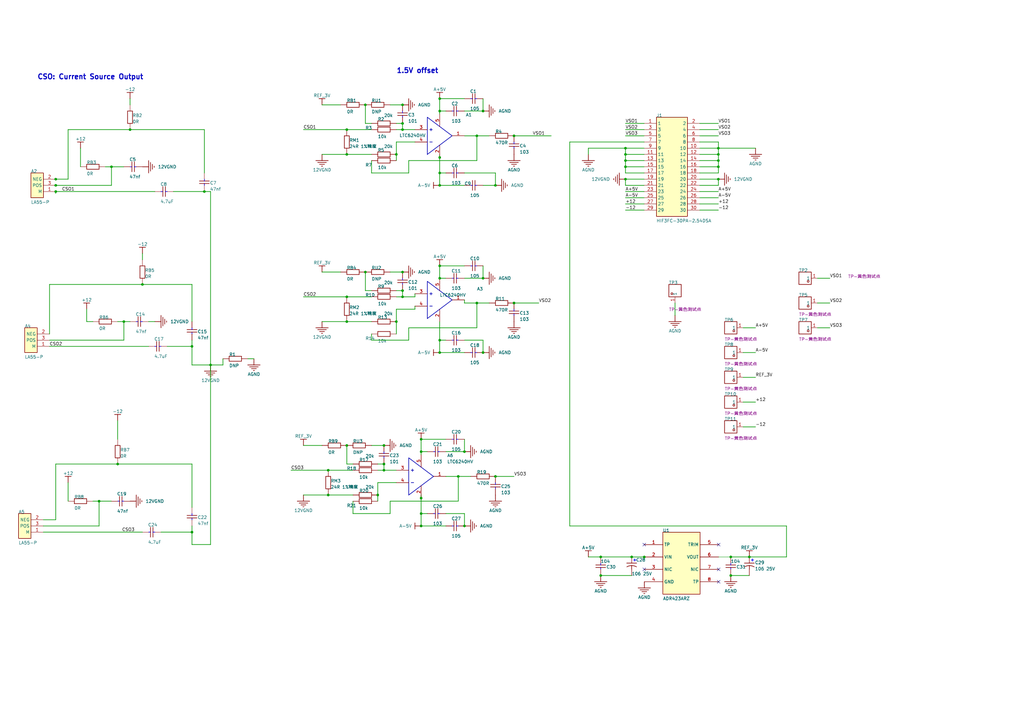
<source format=kicad_sch>
(kicad_sch (version 20230121) (generator eeschema)
  (paper "A3")
  (junction (at 264.2616 228.4476))
  (junction (at 246.38 228.4222))
  (junction (at 165.1 111.5822))
  (junction (at 180.34 139.5222))
  (junction (at 203.2 195.4022))
  (junction (at 149.86 43.0022))
  (junction (at 210.82 124.2822))
  (junction (at 198.12 45.5422))
  (junction (at 142.24 121.7422))
  (junction (at 203.2 76.0222))
  (junction (at 190.5 185.2422))
  (junction (at 134.62 192.8622))
  (junction (at 190.5 215.7222))
  (junction (at 294.64 73.4822))
  (junction (at 256.54 73.4822))
  (junction (at 210.82 55.7022))
  (junction (at 50.8 131.9022))
  (junction (at 48.26 190.3222))
  (junction (at 142.24 63.3222))
  (junction (at 299.72 228.4222))
  (junction (at 307.34 228.4222))
  (junction (at 157.48 192.8622))
  (junction (at 294.64 65.8622))
  (junction (at 22.86 76.0222))
  (junction (at 198.12 144.6022))
  (junction (at 86.36 149.6822))
  (junction (at 187.96 195.4022))
  (junction (at 294.64 68.4022))
  (junction (at 180.34 144.6022))
  (junction (at 142.24 53.1622))
  (junction (at 78.74 218.2622))
  (junction (at 142.24 131.9022))
  (junction (at 157.48 182.7022))
  (junction (at 180.34 40.4622))
  (junction (at 180.34 70.9422))
  (junction (at 165.1 43.0022))
  (junction (at 22.86 73.4822))
  (junction (at 172.72 215.7222))
  (junction (at 259.08 228.4222))
  (junction (at 246.38 236.0422))
  (junction (at 180.34 114.1222))
  (junction (at 165.1 119.2022))
  (junction (at 142.24 182.7022))
  (junction (at 162.56 131.9022))
  (junction (at 40.64 205.5622))
  (junction (at 154.94 203.0222))
  (junction (at 162.56 63.3222))
  (junction (at 83.82 78.5622))
  (junction (at 256.54 68.4022))
  (junction (at 256.54 60.7822))
  (junction (at 195.58 124.2822))
  (junction (at 180.34 45.5422))
  (junction (at 45.72 68.4022))
  (junction (at 172.72 185.2422))
  (junction (at 149.86 111.5822))
  (junction (at 58.42 116.6622))
  (junction (at 165.1 53.1622))
  (junction (at 198.12 114.1222))
  (junction (at 195.58 55.7022))
  (junction (at 78.74 142.0622))
  (junction (at 294.64 60.7822))
  (junction (at 134.62 203.0222))
  (junction (at 256.54 63.3222))
  (junction (at 172.72 204.2922))
  (junction (at 172.72 180.1622))
  (junction (at 165.1 121.7422))
  (junction (at 294.64 63.3222))
  (junction (at 157.48 190.3222))
  (junction (at 180.34 76.0222))
  (junction (at 53.34 53.1622))
  (junction (at 299.72 236.0422))
  (junction (at 180.34 109.0422))
  (junction (at 22.86 78.5622))
  (junction (at 172.72 210.6422))
  (junction (at 180.34 64.5922))
  (junction (at 165.1 50.6222))
  (junction (at 256.54 65.8622))
  (no_connect (at 264.2616 223.3676))
  (no_connect (at 294.7416 233.5276))
  (no_connect (at 264.2616 233.5276))
  (no_connect (at 294.7416 223.3676))
  (no_connect (at 294.7416 238.6076))
  (wire (pts (xy 180.34 40.4622) (xy 190.5 40.4622)) (stroke (width 0.254)))
  (wire (pts (xy 132.08 111.5822) (xy 139.7 111.5822)) (stroke (width 0.254)))
  (wire (pts (xy 40.64 205.5622) (xy 45.72 205.5622)) (stroke (width 0.254)))
  (wire (pts (xy 246.38 228.4222) (xy 241.3 228.4222)) (stroke (width 0.254)))
  (wire (pts (xy 287.02 78.5622) (xy 294.64 78.5622)) (stroke (width 0.254)))
  (wire (pts (xy 256.54 60.7822) (xy 241.3 60.7822)) (stroke (width 0.254)))
  (wire (pts (xy 149.86 119.2022) (xy 149.86 111.5822)) (stroke (width 0.254)))
  (wire (pts (xy 309.88 164.9222) (xy 304.8 164.9222)) (stroke (width 0.254)))
  (wire (pts (xy 294.64 53.1622) (xy 287.02 53.1622)) (stroke (width 0.254)))
  (wire (pts (xy 294.7416 228.4476) (xy 299.72 228.4476)))
  (wire (pts (xy 264.16 63.3222) (xy 256.54 63.3222)) (stroke (width 0.254)))
  (wire (pts (xy 198.12 45.5422) (xy 198.12 40.4622)) (stroke (width 0.254)))
  (wire (pts (xy 66.04 218.2622) (xy 78.74 218.2622)) (stroke (width 0.254)))
  (wire (pts (xy 190.5 185.2422) (xy 190.5 180.1622)) (stroke (width 0.254)))
  (wire (pts (xy 309.88 154.7622) (xy 304.8 154.7622)) (stroke (width 0.254)))
  (wire (pts (xy 180.34 46.8122) (xy 180.34 45.5422)) (stroke (width 0.254)))
  (wire (pts (xy 340.36 134.4422) (xy 335.28 134.4422)) (stroke (width 0.254)))
  (wire (pts (xy 132.08 43.0022) (xy 139.7 43.0022)) (stroke (width 0.254)))
  (wire (pts (xy 294.64 81.1022) (xy 287.02 81.1022)) (stroke (width 0.254)))
  (wire (pts (xy 180.34 131.9022) (xy 180.34 139.5222)) (stroke (width 0.254)))
  (wire (pts (xy 187.96 195.4022) (xy 182.88 195.4022)) (stroke (width 0.254)))
  (wire (pts (xy 91.44 149.6822) (xy 91.44 147.1422)) (stroke (width 0.254)))
  (wire (pts (xy 162.56 126.8222) (xy 170.18 126.8222)) (stroke (width 0.254)))
  (wire (pts (xy 264.16 76.0222) (xy 256.54 76.0222)) (stroke (width 0.254)))
  (wire (pts (xy 256.54 70.9422) (xy 264.16 70.9422)) (stroke (width 0.254)))
  (wire (pts (xy 175.26 185.2422) (xy 172.72 185.2422)) (stroke (width 0.254)))
  (wire (pts (xy 264.2616 228.4476) (xy 259.2324 228.4476)) (stroke (width 0.254)))
  (wire (pts (xy 78.74 223.3422) (xy 86.36 223.3422)) (stroke (width 0.254)))
  (wire (pts (xy 264.16 86.1822) (xy 256.54 86.1822)) (stroke (width 0.254)))
  (wire (pts (xy 203.2 70.9422) (xy 203.2 76.0222)) (stroke (width 0.254)))
  (wire (pts (xy 86.36 149.6822) (xy 78.74 149.6822)) (stroke (width 0.254)))
  (wire (pts (xy 195.58 124.2822) (xy 195.58 134.4422)) (stroke (width 0.254)))
  (wire (pts (xy 309.88 175.0822) (xy 304.8 175.0822)) (stroke (width 0.254)))
  (wire (pts (xy 190.5 123.0122) (xy 190.5 124.2822)) (stroke (width 0.254)))
  (wire (pts (xy 294.64 73.4822) (xy 287.02 73.4822)) (stroke (width 0.254)))
  (wire (pts (xy 180.34 114.1222) (xy 180.34 109.0422)) (stroke (width 0.254)))
  (wire (pts (xy 287.02 65.8622) (xy 294.64 65.8622)) (stroke (width 0.254)))
  (wire (pts (xy 294.64 86.1822) (xy 287.02 86.1822)) (stroke (width 0.254)))
  (wire (pts (xy 264.16 55.7022) (xy 256.54 55.7022)) (stroke (width 0.254)))
  (wire (pts (xy 170.18 58.2422) (xy 162.56 58.2422)) (stroke (width 0.254)))
  (wire (pts (xy 83.82 70.9422) (xy 83.82 53.1622)) (stroke (width 0.254)))
  (wire (pts (xy 233.68 215.7222) (xy 322.58 215.7222)) (stroke (width 0.254)))
  (wire (pts (xy 27.94 53.1622) (xy 27.94 73.4822)) (stroke (width 0.254)))
  (wire (pts (xy 20.32 116.6622) (xy 20.32 136.9822)) (stroke (width 0.254)))
  (wire (pts (xy 180.34 64.5922) (xy 180.34 63.3222)) (stroke (width 0.254)))
  (wire (pts (xy 162.56 58.2422) (xy 162.56 63.3222)) (stroke (width 0.254)))
  (wire (pts (xy 264.16 65.8622) (xy 256.54 65.8622)) (stroke (width 0.254)))
  (wire (pts (xy 165.1 119.2022) (xy 165.1 121.7422)) (stroke (width 0.254)))
  (wire (pts (xy 162.56 136.9822) (xy 162.56 131.9022)) (stroke (width 0.254)))
  (wire (pts (xy 195.58 65.8622) (xy 195.58 55.7022)) (stroke (width 0.254)))
  (wire (pts (xy 190.5 139.5222) (xy 198.12 139.5222)) (stroke (width 0.254)))
  (wire (pts (xy 172.72 204.2922) (xy 172.72 210.6422)) (stroke (width 0.254)))
  (wire (pts (xy 167.64 139.5222) (xy 152.4 139.5222)) (stroke (width 0.254)))
  (wire (pts (xy 294.64 60.7822) (xy 294.64 58.2422)) (stroke (width 0.254)))
  (wire (pts (xy 38.1 131.9022) (xy 35.56 131.9022)) (stroke (width 0.254)))
  (wire (pts (xy 160.02 210.6422) (xy 160.02 205.5622)) (stroke (width 0.254)))
  (wire (pts (xy 203.2 195.4022) (xy 210.82 195.4022)) (stroke (width 0.254)))
  (wire (pts (xy 22.86 79.3242) (xy 22.86 78.5622)) (stroke (width 0.254)))
  (wire (pts (xy 307.34 236.0422) (xy 299.72 236.0422)) (stroke (width 0.254)))
  (wire (pts (xy 83.82 78.5622) (xy 86.36 78.5622)) (stroke (width 0.254)))
  (wire (pts (xy 154.94 203.0222) (xy 154.94 205.5622)) (stroke (width 0.254)))
  (wire (pts (xy 233.68 58.2422) (xy 233.68 215.7222)) (stroke (width 0.254)))
  (wire (pts (xy 162.56 50.6222) (xy 165.1 50.6222)) (stroke (width 0.254)))
  (wire (pts (xy 264.16 78.5622) (xy 256.54 78.5622)) (stroke (width 0.254)))
  (wire (pts (xy 86.36 223.3422) (xy 86.36 149.6822)) (stroke (width 0.254)))
  (wire (pts (xy 157.48 190.3222) (xy 157.48 192.8622)) (stroke (width 0.254)))
  (wire (pts (xy 294.64 65.8622) (xy 294.64 63.3222)) (stroke (width 0.254)))
  (wire (pts (xy 180.34 139.5222) (xy 182.88 139.5222)) (stroke (width 0.254)))
  (wire (pts (xy 259.2324 228.3968) (xy 259.08 228.3968)) (stroke (width 0.254)))
  (wire (pts (xy 172.72 210.6422) (xy 175.26 210.6422)) (stroke (width 0.254)))
  (wire (pts (xy 294.64 70.9422) (xy 294.64 68.4022)) (stroke (width 0.254)))
  (wire (pts (xy 210.82 124.2822) (xy 220.98 124.2822)) (stroke (width 0.254)))
  (wire (pts (xy 35.56 131.9022) (xy 35.56 126.8222)) (stroke (width 0.254)))
  (wire (pts (xy 60.96 131.9022) (xy 63.5 131.9022)) (stroke (width 0.254)))
  (wire (pts (xy 162.56 121.7422) (xy 165.1 121.7422)) (stroke (width 0.254)))
  (wire (pts (xy 48.26 131.9022) (xy 50.8 131.9022)) (stroke (width 0.254)))
  (wire (pts (xy 86.36 149.6822) (xy 91.44 149.6822)) (stroke (width 0.254)))
  (wire (pts (xy 154.94 197.9422) (xy 154.94 203.0222)) (stroke (width 0.254)))
  (wire (pts (xy 294.64 68.4022) (xy 294.64 65.8622)) (stroke (width 0.254)))
  (wire (pts (xy 182.88 70.9422) (xy 180.34 70.9422)) (stroke (width 0.254)))
  (wire (pts (xy 86.36 78.5622) (xy 86.36 149.6822)) (stroke (width 0.254)))
  (wire (pts (xy 160.02 111.5822) (xy 165.1 111.5822)) (stroke (width 0.254)))
  (wire (pts (xy 154.94 192.8622) (xy 157.48 192.8622)) (stroke (width 0.254)))
  (wire (pts (xy 264.16 81.1022) (xy 256.54 81.1022)) (stroke (width 0.254)))
  (wire (pts (xy 22.86 213.1822) (xy 17.78 213.1822)) (stroke (width 0.254)))
  (wire (pts (xy 182.88 185.2422) (xy 190.5 185.2422)) (stroke (width 0.254)))
  (wire (pts (xy 152.4 65.8622) (xy 152.4 70.9422)) (stroke (width 0.254)))
  (wire (pts (xy 203.2 76.0222) (xy 198.12 76.0222)) (stroke (width 0.254)))
  (wire (pts (xy 198.12 114.1222) (xy 198.12 109.0422)) (stroke (width 0.254)))
  (wire (pts (xy 299.72 228.4222) (xy 299.72 228.3968)))
  (wire (pts (xy 152.4 139.5222) (xy 152.4 136.9822)) (stroke (width 0.254)))
  (wire (pts (xy 78.74 218.2622) (xy 78.74 223.3422)) (stroke (width 0.254)))
  (wire (pts (xy 340.36 124.2822) (xy 335.28 124.2822)) (stroke (width 0.254)))
  (wire (pts (xy 200.66 55.7022) (xy 195.58 55.7022)) (stroke (width 0.254)))
  (wire (pts (xy 180.34 70.9422) (xy 180.34 64.5922)) (stroke (width 0.254)))
  (wire (pts (xy 160.02 43.0022) (xy 165.1 43.0022)) (stroke (width 0.254)))
  (wire (pts (xy 162.56 53.1622) (xy 165.1 53.1622)) (stroke (width 0.254)))
  (wire (pts (xy 256.54 63.3222) (xy 256.54 65.8622)) (stroke (width 0.254)))
  (wire (pts (xy 157.48 192.8622) (xy 162.56 192.8622)) (stroke (width 0.254)))
  (wire (pts (xy 172.72 215.7222) (xy 172.72 210.6422)) (stroke (width 0.254)))
  (wire (pts (xy 142.24 63.3222) (xy 132.08 63.3222)) (stroke (width 0.254)))
  (wire (pts (xy 322.58 215.7222) (xy 322.58 228.4222)) (stroke (width 0.254)))
  (wire (pts (xy 256.54 73.4822) (xy 264.16 73.4822)) (stroke (width 0.254)))
  (wire (pts (xy 264.16 83.6422) (xy 256.54 83.6422)) (stroke (width 0.254)))
  (wire (pts (xy 182.88 210.6422) (xy 190.5 210.6422)) (stroke (width 0.254)))
  (wire (pts (xy 299.72 228.4222) (xy 307.34 228.4222)) (stroke (width 0.254)))
  (wire (pts (xy 180.34 45.5422) (xy 180.34 40.4622)) (stroke (width 0.254)))
  (wire (pts (xy 190.5 144.6022) (xy 180.34 144.6022)) (stroke (width 0.254)))
  (wire (pts (xy 152.4 50.6222) (xy 149.86 50.6222)) (stroke (width 0.254)))
  (wire (pts (xy 264.16 50.6222) (xy 256.54 50.6222)) (stroke (width 0.254)))
  (wire (pts (xy 22.86 190.3222) (xy 22.86 213.1822)) (stroke (width 0.254)))
  (wire (pts (xy 43.18 68.4022) (xy 45.72 68.4022)) (stroke (width 0.254)))
  (wire (pts (xy 190.5 114.1222) (xy 198.12 114.1222)) (stroke (width 0.254)))
  (wire (pts (xy 172.72 185.2422) (xy 172.72 186.5122)) (stroke (width 0.254)))
  (wire (pts (xy 144.78 210.6422) (xy 160.02 210.6422)) (stroke (width 0.254)))
  (wire (pts (xy 259.08 236.0422) (xy 246.38 236.0422)) (stroke (width 0.254)))
  (wire (pts (xy 180.34 76.0222) (xy 180.34 70.9422)) (stroke (width 0.254)))
  (wire (pts (xy 160.02 205.5622) (xy 187.96 205.5622)) (stroke (width 0.254)))
  (wire (pts (xy 83.82 53.1622) (xy 53.34 53.1622)) (stroke (width 0.254)))
  (wire (pts (xy 162.56 131.9022) (xy 162.56 126.8222)) (stroke (width 0.254)))
  (wire (pts (xy 22.352 76.0222) (xy 22.86 76.0222)) (stroke (width 0.254)))
  (wire (pts (xy 210.312 55.7022) (xy 210.82 55.7022)) (stroke (width 0.254)))
  (wire (pts (xy 60.96 142.0622) (xy 20.32 142.0622)) (stroke (width 0.254)))
  (wire (pts (xy 172.72 185.2422) (xy 172.72 180.1622)) (stroke (width 0.254)))
  (wire (pts (xy 45.72 68.4022) (xy 50.8 68.4022)) (stroke (width 0.254)))
  (wire (pts (xy 172.72 203.0222) (xy 172.72 204.2922)) (stroke (width 0.254)))
  (wire (pts (xy 210.82 55.7022) (xy 226.06 55.7022)) (stroke (width 0.254)))
  (wire (pts (xy 264.16 68.4022) (xy 256.54 68.4022)) (stroke (width 0.254)))
  (wire (pts (xy 22.86 78.5622) (xy 63.5 78.5622)) (stroke (width 0.254)))
  (wire (pts (xy 287.02 76.0222) (xy 294.64 76.0222)) (stroke (width 0.254)))
  (wire (pts (xy 198.12 139.5222) (xy 198.12 144.6022)) (stroke (width 0.254)))
  (wire (pts (xy 182.88 114.1222) (xy 180.34 114.1222)) (stroke (width 0.254)))
  (wire (pts (xy 180.34 144.6022) (xy 180.34 139.5222)) (stroke (width 0.254)))
  (wire (pts (xy 182.88 45.5422) (xy 180.34 45.5422)) (stroke (width 0.254)))
  (wire (pts (xy 287.02 63.3222) (xy 294.64 63.3222)) (stroke (width 0.254)))
  (wire (pts (xy 256.54 76.0222) (xy 256.54 73.4822)) (stroke (width 0.254)))
  (wire (pts (xy 162.56 63.3222) (xy 162.56 65.8622)) (stroke (width 0.254)))
  (wire (pts (xy 50.8 131.9022) (xy 50.8 139.5222)) (stroke (width 0.254)))
  (wire (pts (xy 134.62 203.0222) (xy 124.46 203.0222)) (stroke (width 0.254)))
  (wire (pts (xy 162.56 119.2022) (xy 165.1 119.2022)) (stroke (width 0.254)))
  (wire (pts (xy 294.64 63.3222) (xy 294.64 60.7822)) (stroke (width 0.254)))
  (wire (pts (xy 180.34 109.0422) (xy 190.5 109.0422)) (stroke (width 0.254)))
  (wire (pts (xy 27.94 197.9422) (xy 27.94 205.5622)) (stroke (width 0.254)))
  (wire (pts (xy 264.16 58.2422) (xy 233.68 58.2422)) (stroke (width 0.254)))
  (wire (pts (xy 259.08 228.3968) (xy 259.08 228.4222)) (stroke (width 0.254)))
  (wire (pts (xy 149.86 50.6222) (xy 149.86 43.0022)) (stroke (width 0.254)))
  (wire (pts (xy 22.86 73.4822) (xy 22.352 73.4822)) (stroke (width 0.254)))
  (wire (pts (xy 259.2324 228.4476) (xy 259.2324 228.3968)) (stroke (width 0.254)))
  (wire (pts (xy 144.78 190.3222) (xy 142.24 190.3222)) (stroke (width 0.254)))
  (wire (pts (xy 142.24 53.1622) (xy 124.46 53.1622)) (stroke (width 0.254)))
  (wire (pts (xy 287.02 68.4022) (xy 294.64 68.4022)) (stroke (width 0.254)))
  (wire (pts (xy 294.64 55.7022) (xy 287.02 55.7022)) (stroke (width 0.254)))
  (wire (pts (xy 340.36 114.1222) (xy 335.28 114.1222)) (stroke (width 0.254)))
  (wire (pts (xy 78.74 131.9022) (xy 78.74 116.6622)) (stroke (width 0.254)))
  (wire (pts (xy 78.74 208.1022) (xy 78.74 190.3222)) (stroke (width 0.254)))
  (wire (pts (xy 193.04 195.4022) (xy 187.96 195.4022)) (stroke (width 0.254)))
  (wire (pts (xy 78.74 142.0622) (xy 68.58 142.0622)) (stroke (width 0.254)))
  (wire (pts (xy 165.1 121.7422) (xy 170.18 121.7422)) (stroke (width 0.254)))
  (wire (pts (xy 294.64 76.0222) (xy 294.64 73.4822)) (stroke (width 0.254)))
  (wire (pts (xy 299.72 228.4476) (xy 299.72 228.4222)))
  (wire (pts (xy 38.1 205.5622) (xy 40.64 205.5622)) (stroke (width 0.254)))
  (wire (pts (xy 144.78 192.8622) (xy 134.62 192.8622)) (stroke (width 0.254)))
  (wire (pts (xy 50.8 139.5222) (xy 20.32 139.5222)) (stroke (width 0.254)))
  (wire (pts (xy 287.02 70.9422) (xy 294.64 70.9422)) (stroke (width 0.254)))
  (wire (pts (xy 264.3124 228.4476) (xy 264.2616 228.4476)) (stroke (width 0.254)))
  (wire (pts (xy 190.5 45.5422) (xy 198.12 45.5422)) (stroke (width 0.254)))
  (wire (pts (xy 190.5 124.2822) (xy 195.58 124.2822)) (stroke (width 0.254)))
  (wire (pts (xy 152.4 53.1622) (xy 142.24 53.1622)) (stroke (width 0.254)))
  (wire (pts (xy 309.88 144.6022) (xy 304.8 144.6022)) (stroke (width 0.254)))
  (wire (pts (xy 58.42 106.5022) (xy 58.42 103.9622)) (stroke (width 0.254)))
  (wire (pts (xy 48.26 180.1622) (xy 48.26 172.5422)) (stroke (width 0.254)))
  (wire (pts (xy 40.64 215.7222) (xy 40.64 205.5622)) (stroke (width 0.254)))
  (wire (pts (xy 294.64 60.7822) (xy 309.88 60.7822)) (stroke (width 0.254)))
  (wire (pts (xy 78.74 149.6822) (xy 78.74 142.0622)) (stroke (width 0.254)))
  (wire (pts (xy 78.74 116.6622) (xy 58.42 116.6622)) (stroke (width 0.254)))
  (wire (pts (xy 78.74 215.7222) (xy 78.74 218.2622)) (stroke (width 0.254)))
  (wire (pts (xy 172.72 180.1622) (xy 182.88 180.1622)) (stroke (width 0.254)))
  (wire (pts (xy 167.64 134.4422) (xy 167.64 139.5222)) (stroke (width 0.254)))
  (wire (pts (xy 53.34 43.0022) (xy 53.34 40.4622)) (stroke (width 0.254)))
  (wire (pts (xy 264.16 53.1622) (xy 256.54 53.1622)) (stroke (width 0.254)))
  (wire (pts (xy 45.72 76.0222) (xy 45.72 68.4022)) (stroke (width 0.254)))
  (wire (pts (xy 152.4 182.7022) (xy 157.48 182.7022)) (stroke (width 0.254)))
  (wire (pts (xy 190.5 210.6422) (xy 190.5 215.7222)) (stroke (width 0.254)))
  (wire (pts (xy 134.62 192.8622) (xy 119.38 192.8622)) (stroke (width 0.254)))
  (wire (pts (xy 276.86 129.3622) (xy 276.86 124.2822)) (stroke (width 0.254)))
  (wire (pts (xy 27.94 73.4822) (xy 22.86 73.4822)) (stroke (width 0.254)))
  (wire (pts (xy 241.3 60.7822) (xy 241.3 63.3222)) (stroke (width 0.254)))
  (wire (pts (xy 195.58 134.4422) (xy 167.64 134.4422)) (stroke (width 0.254)))
  (wire (pts (xy 78.74 190.3222) (xy 48.26 190.3222)) (stroke (width 0.254)))
  (wire (pts (xy 22.86 76.0222) (xy 45.72 76.0222)) (stroke (width 0.254)))
  (wire (pts (xy 154.94 190.3222) (xy 157.48 190.3222)) (stroke (width 0.254)))
  (wire (pts (xy 71.12 78.5622) (xy 83.82 78.5622)) (stroke (width 0.254)))
  (wire (pts (xy 50.8 131.9022) (xy 53.34 131.9022)) (stroke (width 0.254)))
  (wire (pts (xy 294.64 50.6222) (xy 287.02 50.6222)) (stroke (width 0.254)))
  (wire (pts (xy 256.54 65.8622) (xy 256.54 68.4022)) (stroke (width 0.254)))
  (wire (pts (xy 287.02 60.7822) (xy 294.64 60.7822)) (stroke (width 0.254)))
  (wire (pts (xy 259.08 228.4222) (xy 246.38 228.4222)) (stroke (width 0.254)))
  (wire (pts (xy 152.4 63.3222) (xy 142.24 63.3222)) (stroke (width 0.254)))
  (wire (pts (xy 142.24 190.3222) (xy 142.24 182.7022)) (stroke (width 0.254)))
  (wire (pts (xy 33.02 60.7822) (xy 33.02 68.4022)) (stroke (width 0.254)))
  (wire (pts (xy 167.64 70.9422) (xy 167.64 65.8622)) (stroke (width 0.254)))
  (wire (pts (xy 190.5 70.9422) (xy 203.2 70.9422)) (stroke (width 0.254)))
  (wire (pts (xy 322.58 228.4222) (xy 307.34 228.4222)) (stroke (width 0.254)))
  (wire (pts (xy 104.14 147.1422) (xy 101.6 147.1422)) (stroke (width 0.254)))
  (wire (pts (xy 294.64 83.6422) (xy 287.02 83.6422)) (stroke (width 0.254)))
  (wire (pts (xy 200.66 124.2822) (xy 195.58 124.2822)) (stroke (width 0.254)))
  (wire (pts (xy 142.24 121.7422) (xy 124.46 121.7422)) (stroke (width 0.254)))
  (wire (pts (xy 48.26 190.3222) (xy 22.86 190.3222)) (stroke (width 0.254)))
  (wire (pts (xy 58.42 116.6622) (xy 20.32 116.6622)) (stroke (width 0.254)))
  (wire (pts (xy 53.34 53.1622) (xy 27.94 53.1622)) (stroke (width 0.254)))
  (wire (pts (xy 78.74 142.0622) (xy 78.74 139.5222)) (stroke (width 0.254)))
  (wire (pts (xy 162.56 197.9422) (xy 154.94 197.9422)) (stroke (width 0.254)))
  (wire (pts (xy 165.1 53.1622) (xy 170.18 53.1622)) (stroke (width 0.254)))
  (wire (pts (xy 165.1 50.6222) (xy 165.1 53.1622)) (stroke (width 0.254)))
  (wire (pts (xy 152.4 70.9422) (xy 167.64 70.9422)) (stroke (width 0.254)))
  (wire (pts (xy 17.78 218.2622) (xy 58.42 218.2622)) (stroke (width 0.254)))
  (wire (pts (xy 256.54 68.4022) (xy 256.54 70.9422)) (stroke (width 0.254)))
  (wire (pts (xy 170.18 126.8222) (xy 170.18 125.5522)) (stroke (width 0.254)))
  (wire (pts (xy 190.5 76.0222) (xy 180.34 76.0222)) (stroke (width 0.254)))
  (wire (pts (xy 256.54 60.7822) (xy 256.54 63.3222)) (stroke (width 0.254)))
  (wire (pts (xy 152.4 119.2022) (xy 149.86 119.2022)) (stroke (width 0.254)))
  (wire (pts (xy 187.96 205.5622) (xy 187.96 195.4022)) (stroke (width 0.254)))
  (wire (pts (xy 142.24 131.9022) (xy 132.08 131.9022)) (stroke (width 0.254)))
  (wire (pts (xy 152.4 131.9022) (xy 142.24 131.9022)) (stroke (width 0.254)))
  (wire (pts (xy 144.78 205.5622) (xy 144.78 210.6422)) (stroke (width 0.254)))
  (wire (pts (xy 170.18 121.7422) (xy 170.18 120.4722)) (stroke (width 0.254)))
  (wire (pts (xy 294.64 58.2422) (xy 287.02 58.2422)) (stroke (width 0.254)))
  (wire (pts (xy 195.58 55.7022) (xy 190.5 55.7022)) (stroke (width 0.254)))
  (wire (pts (xy 182.88 215.7222) (xy 172.72 215.7222)) (stroke (width 0.254)))
  (wire (pts (xy 152.4 121.7422) (xy 142.24 121.7422)) (stroke (width 0.254)))
  (wire (pts (xy 124.46 182.7022) (xy 132.08 182.7022)) (stroke (width 0.254)))
  (wire (pts (xy 17.78 215.7222) (xy 40.64 215.7222)) (stroke (width 0.254)))
  (wire (pts (xy 167.64 65.8622) (xy 195.58 65.8622)) (stroke (width 0.254)))
  (wire (pts (xy 264.16 60.7822) (xy 256.54 60.7822)) (stroke (width 0.254)))
  (wire (pts (xy 144.78 203.0222) (xy 134.62 203.0222)) (stroke (width 0.254)))
  (wire (pts (xy 309.88 134.4422) (xy 304.8 134.4422)) (stroke (width 0.254)))
  (text "1.5V offset" (at 162.56 30.3022 0) (effects (font (size 2.032 2.032) bold) (justify left bottom)))
  (text "CSO: Current Source Output" (at 15.24 32.8422 0) (effects (font (size 2.032 2.032) bold) (justify left bottom)))
  (label "A+5V" (at 309.88 134.4422 180))
  (label "-12" (at 294.64 86.1822 180))
  (label "CSO1" (at 124.46 53.1622 180))
  (label "VSO2" (at 340.36 124.2822 180))
  (label "+12" (at 294.64 83.6422 180))
  (label "VSO3" (at 210.82 195.4022 180))
  (label "A-5V" (at 256.54 81.1022 180))
  (label "VSO3" (at 256.54 55.7022 180))
  (label "-12" (at 309.88 175.0822 180))
  (label "REF_3V" (at 309.88 154.7622 180))
  (label "VSO1" (at 218.44 55.7022 180))
  (label "CSO2" (at 124.46 121.7422 180))
  (label "VSO3" (at 294.64 55.7022 180))
  (label "+12" (at 256.54 83.6422 180))
  (label "VSO2" (at 256.54 53.1622 180))
  (label "VSO2" (at 220.98 124.2822 180))
  (label "" (at 256.54 68.4022 180))
  (label "A-5V" (at 294.64 81.1022 180))
  (label "CSO1" (at 25.4 78.5622 180))
  (label "VSO1" (at 256.54 50.6222 180))
  (label "VSO1" (at 294.64 50.6222 180))
  (label "VSO2" (at 294.64 53.1622 180))
  (label "CSO3" (at 50.038 218.2622 180))
  (label "VSO3" (at 340.36 134.4422 180))
  (label "A+5V" (at 294.64 78.5622 180))
  (label "CSO3" (at 119.38 192.8622 180))
  (label "A-5V" (at 309.88 144.6022 180))
  (label "-12" (at 256.54 86.1822 180))
  (label "CSO2" (at 20.32 142.0622 180))
  (label "VSO1" (at 340.36 114.1222 180))
  (label "A+5V" (at 256.54 78.5622 180))
  (label "+12" (at 309.88 164.9222 180))
  (symbol (lib_id "SensorLEM-altium-import:root_0_Res2") (at 154.94 119.2022 0) (unit 1)
    (property "Reference" "R10" (at 149.86 121.7422 0) (effects (justify left bottom)))
    (property "Value" "10k" (at 154.94 125.2982 0) (effects (justify left bottom)))
    (property "Footprint" "Resistor_SMD:R_0805_2012Metric" (effects hide))
    (property "PUBLISHED" "8-Jun-2000" (effects hide))
    (property "LATESTREVISIONDATE" "17-Jul-2002" (effects hide))
    (property "LATESTREVISIONNOTE" "Re-released for DXP Platform." (effects hide))
    (property "PACKAGEREFERENCE" "AXIAL-0.4" (effects hide))
    (property "PUBLISHER" "Altium Limited" (effects hide))
    (property "ALTIUM_VALUE" "10K" (effects hide))
  )
  (symbol (lib_id "SensorLEM-altium-import:AGND") (at 309.88 60.7822 0) (unit 1)
    (property "Reference" "#PWR0112" (effects hide))
    (property "Value" "AGND" (at 309.88 67.1322 0))
  )
  (symbol (lib_id "SensorLEM-altium-import:root_2_Cap") (at 195.58 147.1422 0) (unit 1)
    (property "Reference" "C18" (at 192.786 142.3162 0) (effects (justify left bottom)))
    (property "Value" "105" (at 192.786 149.4282 0) (effects (justify left bottom)))
    (property "Footprint" "Capacitor_SMD:C_0805_2012Metric" (effects hide))
    (property "PUBLISHED" "8-Jun-2000" (effects hide))
    (property "LATESTREVISIONDATE" "17-Jul-2002" (effects hide))
    (property "LATESTREVISIONNOTE" "Re-released for DXP Platform." (effects hide))
    (property "PACKAGEREFERENCE" "RAD-0.3" (effects hide))
    (property "PUBLISHER" "Altium Limited" (effects hide))
    (property "ALTIUM_VALUE" "101" (effects hide))
  )
  (symbol (lib_id "SensorLEM-altium-import:12VGND") (at 294.64 73.4822 90) (unit 1)
    (property "Reference" "#PWR0113" (effects hide))
    (property "Value" "12VGND" (at 300.99 73.4822 90) (effects (justify right)))
  )
  (symbol (lib_id "SensorLEM-altium-import:root_2_TP-黄色测试点") (at 299.72 134.4422 0) (unit 1)
    (property "Reference" "TP6" (at 297.18 131.9022 0) (effects (justify left bottom)))
    (property "Value" "${MANUFACTURER PART}" (effects hide))
    (property "Footprint" "TestPoint:TestPoint_THTPad_D2.0mm_Drill1.0mm" (effects hide))
    (property "NAME" "${MANUFACTURER PART}" (at 297.18 139.8792 0) (effects (justify left bottom)))
    (property "SYMBOL" "TP-黄色测试点" (effects hide))
    (property "DEVICE" "TP-黄色测试点" (effects hide))
    (property "LCSC PART NAME" "TP-黄色测试点" (effects hide))
    (property "SUPPLIER PART" "C9900007422" (effects hide))
    (property "MANUFACTURER PART" "TP-黄色测试点" (effects hide))
    (property "SUPPLIER FOOTPRINT" "TESTPOINT-TH_BD-2P-P2.00" (effects hide))
    (property "JLCPCB PART CLASS" "Extended Part" (effects hide))
    (property "DATASHEET" "https://atta.szlcsc.comnull" (effects hide))
    (property "SUPPLIER" "LCSC" (effects hide))
    (property "ADD INTO BOM" "yes" (effects hide))
    (property "CONVERT TO PCB" "yes" (effects hide))
  )
  (symbol (lib_id "SensorLEM-altium-import:A-5V") (at 180.34 144.6022 270) (unit 1)
    (property "Reference" "#PWR0142" (effects hide))
    (property "Value" "A-5V" (at 176.53 144.6022 90) (effects (justify right)))
  )
  (symbol (lib_id "SensorLEM-altium-import:AGND") (at 246.38 236.0422 0) (unit 1)
    (property "Reference" "#PWR0116" (effects hide))
    (property "Value" "AGND" (at 246.38 242.3922 0))
  )
  (symbol (lib_id "SensorLEM-altium-import:REF_3V") (at 307.34 228.4222 180) (unit 1)
    (property "Reference" "#PWR0114" (effects hide))
    (property "Value" "REF_3V" (at 307.34 224.6122 0))
  )
  (symbol (lib_id "SensorLEM-altium-import:root_2_Cap") (at 187.96 116.6622 0) (unit 1)
    (property "Reference" "C11" (at 185.166 111.8362 0) (effects (justify left bottom)))
    (property "Value" "103" (at 185.166 118.9482 0) (effects (justify left bottom)))
    (property "Footprint" "Capacitor_SMD:C_0805_2012Metric" (effects hide))
    (property "PUBLISHED" "8-Jun-2000" (effects hide))
    (property "LATESTREVISIONDATE" "17-Jul-2002" (effects hide))
    (property "LATESTREVISIONNOTE" "Re-released for DXP Platform." (effects hide))
    (property "PACKAGEREFERENCE" "RAD-0.3" (effects hide))
    (property "PUBLISHER" "Altium Limited" (effects hide))
    (property "ALTIUM_VALUE" "101" (effects hide))
  )
  (symbol (lib_id "SensorLEM-altium-import:root_0_Res2") (at 134.62 180.1622 0) (unit 1)
    (property "Reference" "RB9" (at 134.62 181.6862 0) (effects (justify left bottom)))
    (property "Value" "0R" (at 134.62 186.2582 0) (effects (justify left bottom)))
    (property "Footprint" "Resistor_SMD:R_0805_2012Metric" (effects hide))
    (property "PUBLISHED" "8-Jun-2000" (effects hide))
    (property "LATESTREVISIONDATE" "17-Jul-2002" (effects hide))
    (property "LATESTREVISIONNOTE" "Re-released for DXP Platform." (effects hide))
    (property "PACKAGEREFERENCE" "AXIAL-0.4" (effects hide))
    (property "PUBLISHER" "Altium Limited" (effects hide))
    (property "ALTIUM_VALUE" "10K" (effects hide))
  )
  (symbol (lib_id "SensorLEM-altium-import:AGND") (at 165.1 43.0022 90) (unit 1)
    (property "Reference" "#PWR0121" (effects hide))
    (property "Value" "AGND" (at 171.45 43.0022 90) (effects (justify right)))
  )
  (symbol (lib_id "SensorLEM-altium-import:12VGND") (at 256.54 73.4822 270) (unit 1)
    (property "Reference" "#PWR0107" (effects hide))
    (property "Value" "12VGND" (at 250.19 73.4822 90) (effects (justify right)))
  )
  (symbol (lib_id "SensorLEM-altium-import:root_0_Res2") (at 154.94 116.6622 0) (unit 1)
    (property "Reference" "R9" (at 154.94 118.1862 0) (effects (justify left bottom)))
    (property "Value" "20k" (at 157.48 116.6622 0) (effects (justify left bottom)))
    (property "Footprint" "Resistor_SMD:R_0805_2012Metric" (effects hide))
    (property "PUBLISHED" "8-Jun-2000" (effects hide))
    (property "LATESTREVISIONDATE" "17-Jul-2002" (effects hide))
    (property "LATESTREVISIONNOTE" "Re-released for DXP Platform." (effects hide))
    (property "PACKAGEREFERENCE" "AXIAL-0.4" (effects hide))
    (property "PUBLISHER" "Altium Limited" (effects hide))
    (property "ALTIUM_VALUE" "10K" (effects hide))
  )
  (symbol (lib_id "SensorLEM-altium-import:root_0_Res2") (at 30.48 203.0222 0) (unit 1)
    (property "Reference" "RB8" (at 30.48 204.5462 0) (effects (justify left bottom)))
    (property "Value" "0R" (at 30.48 209.1182 0) (effects (justify left bottom)))
    (property "Footprint" "Resistor_SMD:R_0805_2012Metric" (effects hide))
    (property "PUBLISHED" "8-Jun-2000" (effects hide))
    (property "LATESTREVISIONDATE" "17-Jul-2002" (effects hide))
    (property "LATESTREVISIONNOTE" "Re-released for DXP Platform." (effects hide))
    (property "PACKAGEREFERENCE" "AXIAL-0.4" (effects hide))
    (property "PUBLISHER" "Altium Limited" (effects hide))
    (property "ALTIUM_VALUE" "10K" (effects hide))
  )
  (symbol (lib_id "SensorLEM-altium-import:root_3_Res2") (at 137.16 195.4022 0) (unit 1)
    (property "Reference" "RM3" (at 135.636 197.9422 0) (effects (justify left bottom)))
    (property "Value" "24R 1%精度" (at 135.636 200.4822 0) (effects (justify left bottom)))
    (property "Footprint" "Oshinoko:2512" (effects hide))
    (property "PUBLISHED" "8-Jun-2000" (effects hide))
    (property "LATESTREVISIONDATE" "17-Jul-2002" (effects hide))
    (property "LATESTREVISIONNOTE" "Re-released for DXP Platform." (effects hide))
    (property "PACKAGEREFERENCE" "AXIAL-0.4" (effects hide))
    (property "PUBLISHER" "Altium Limited" (effects hide))
    (property "PACKAGEDESCRIPTION" "Axial Device, Thru-Hole; 2 Leads; 0.4 in Pin Spacing" (effects hide))
    (property "ALTIUM_VALUE" "3.3K" (effects hide))
  )
  (symbol (lib_id "SensorLEM-altium-import:root_0_AO_LTC6240HV") (at 175.26 123.0122 0) (unit 1)
    (property "Reference" "A3" (at 195.58 119.2022 0) (effects (justify left bottom)))
    (property "Value" "LTC6240HV" (at 180.34 121.7422 0) (effects (justify left bottom)))
    (property "Footprint" "Oshinoko:SOT95P280X100-5N" (effects hide))
    (property "FARNELL #" "2294747" (effects hide))
    (property "PRODUTTORE" "LINEAR TECHNOLOGY" (effects hide))
    (property "CODICE PRODUTTORE" "LTC6240HVHS5#PBF" (effects hide))
    (property "PACKAGE" "sot23-5" (effects hide))
    (property "CLASSE" "IC" (effects hide))
  )
  (symbol (lib_id "SensorLEM-altium-import:root_0_Res2") (at 147.32 190.3222 0) (unit 1)
    (property "Reference" "R18" (at 142.24 192.8622 0) (effects (justify left bottom)))
    (property "Value" "10k" (at 147.32 196.4182 0) (effects (justify left bottom)))
    (property "Footprint" "Resistor_SMD:R_0805_2012Metric" (effects hide))
    (property "PUBLISHED" "8-Jun-2000" (effects hide))
    (property "LATESTREVISIONDATE" "17-Jul-2002" (effects hide))
    (property "LATESTREVISIONNOTE" "Re-released for DXP Platform." (effects hide))
    (property "PACKAGEREFERENCE" "AXIAL-0.4" (effects hide))
    (property "PUBLISHER" "Altium Limited" (effects hide))
    (property "ALTIUM_VALUE" "10K" (effects hide))
  )
  (symbol (lib_id "SensorLEM-altium-import:root_0_Cap Semi") (at 66.04 76.0222 0) (unit 1)
    (property "Reference" "C8" (at 65.786 76.2762 0) (effects (justify left bottom)))
    (property "Value" "4.7uF" (at 65.786 83.3882 0) (effects (justify left bottom)))
    (property "Footprint" "Capacitor_SMD:C_0805_2012Metric" (effects hide))
    (property "PUBLISHED" "8-Jun-2000" (effects hide))
    (property "LATESTREVISIONDATE" "17-Jul-2002" (effects hide))
    (property "LATESTREVISIONNOTE" "Re-released for DXP Platform." (effects hide))
    (property "PACKAGEREFERENCE" "C1206" (effects hide))
    (property "PUBLISHER" "Altium Limited" (effects hide))
  )
  (symbol (lib_id "SensorLEM-altium-import:root_1_Cap Semi") (at 297.18 233.5022 0) (unit 1)
    (property "Reference" "C31" (at 302.006 233.2482 0) (effects (justify left bottom)))
    (property "Value" "104" (at 299.72 230.9622 0) (effects (justify left bottom)))
    (property "Footprint" "Capacitor_SMD:C_0805_2012Metric" (effects hide))
    (property "PUBLISHED" "8-Jun-2000" (effects hide))
    (property "LATESTREVISIONDATE" "17-Jul-2002" (effects hide))
    (property "LATESTREVISIONNOTE" "Re-released for DXP Platform." (effects hide))
    (property "PACKAGEREFERENCE" "C1206" (effects hide))
    (property "PUBLISHER" "Altium Limited" (effects hide))
    (property "CLASSNAME" "Power" (effects hide))
  )
  (symbol (lib_id "SensorLEM-altium-import:A+5V") (at 241.3 228.4222 180) (unit 1)
    (property "Reference" "#PWR0115" (effects hide))
    (property "Value" "A+5V" (at 241.3 224.6122 0))
  )
  (symbol (lib_id "SensorLEM-altium-import:root_0_AO_LTC6240HV") (at 167.64 195.4022 0) (unit 1)
    (property "Reference" "A6" (at 183.388 187.5282 0) (effects (justify left bottom)))
    (property "Value" "LTC6240HV" (at 183.388 190.0682 0) (effects (justify left bottom)))
    (property "Footprint" "Oshinoko:SOT95P280X100-5N" (effects hide))
    (property "FARNELL #" "2294747" (effects hide))
    (property "PRODUTTORE" "LINEAR TECHNOLOGY" (effects hide))
    (property "CODICE PRODUTTORE" "LTC6240HVHS5#PBF" (effects hide))
    (property "PACKAGE" "sot23-5" (effects hide))
    (property "CLASSE" "IC" (effects hide))
  )
  (symbol (lib_id "SensorLEM-altium-import:root_0_Res2") (at 147.32 203.0222 0) (unit 1)
    (property "Reference" "R21" (at 142.24 208.1022 0) (effects (justify left bottom)))
    (property "Value" "10k" (at 147.32 209.1182 0) (effects (justify left bottom)))
    (property "Footprint" "Resistor_SMD:R_0805_2012Metric" (effects hide))
    (property "PUBLISHED" "8-Jun-2000" (effects hide))
    (property "LATESTREVISIONDATE" "17-Jul-2002" (effects hide))
    (property "LATESTREVISIONNOTE" "Re-released for DXP Platform." (effects hide))
    (property "PACKAGEREFERENCE" "AXIAL-0.4" (effects hide))
    (property "PUBLISHER" "Altium Limited" (effects hide))
    (property "ALTIUM_VALUE" "10K" (effects hide))
  )
  (symbol (lib_id "SensorLEM-altium-import:AGND") (at 241.3 63.3222 0) (unit 1)
    (property "Reference" "#PWR0108" (effects hide))
    (property "Value" "AGND" (at 241.3 69.6722 0))
  )
  (symbol (lib_id "SensorLEM-altium-import:AGND") (at 299.72 236.0422 0) (unit 1)
    (property "Reference" "#PWR0118" (effects hide))
    (property "Value" "AGND" (at 299.72 242.3922 0))
  )
  (symbol (lib_id "SensorLEM-altium-import:root_0_Res2") (at 154.94 129.3622 0) (unit 1)
    (property "Reference" "R13" (at 154.94 130.8862 0) (effects (justify left bottom)))
    (property "Value" "20k" (at 157.48 129.3622 0) (effects (justify left bottom)))
    (property "Footprint" "Resistor_SMD:R_0805_2012Metric" (effects hide))
    (property "PUBLISHED" "8-Jun-2000" (effects hide))
    (property "LATESTREVISIONDATE" "17-Jul-2002" (effects hide))
    (property "LATESTREVISIONNOTE" "Re-released for DXP Platform." (effects hide))
    (property "PACKAGEREFERENCE" "AXIAL-0.4" (effects hide))
    (property "PUBLISHER" "Altium Limited" (effects hide))
    (property "ALTIUM_VALUE" "10K" (effects hide))
  )
  (symbol (lib_id "SensorLEM-altium-import:root_1_Cap") (at 200.66 200.4822 0) (unit 1)
    (property "Reference" "C25" (at 205.486 200.2282 0) (effects (justify left bottom)))
    (property "Value" "103" (at 205.486 202.7682 0) (effects (justify left bottom)))
    (property "Footprint" "Capacitor_SMD:C_0805_2012Metric" (effects hide))
    (property "PUBLISHED" "8-Jun-2000" (effects hide))
    (property "LATESTREVISIONDATE" "17-Jul-2002" (effects hide))
    (property "LATESTREVISIONNOTE" "Re-released for DXP Platform." (effects hide))
    (property "PACKAGEREFERENCE" "RAD-0.3" (effects hide))
    (property "PUBLISHER" "Altium Limited" (effects hide))
    (property "ALTIUM_VALUE" "101" (effects hide))
  )
  (symbol (lib_id "SensorLEM-altium-import:AGND") (at 165.1 111.5822 90) (unit 1)
    (property "Reference" "#PWR0143" (effects hide))
    (property "Value" "AGND" (at 171.45 111.5822 90) (effects (justify right)))
  )
  (symbol (lib_id "SensorLEM-altium-import:root_2_TP-黄色测试点") (at 330.2 114.1222 0) (unit 1)
    (property "Reference" "TP2" (at 327.66 111.5822 0) (effects (justify left bottom)))
    (property "Value" "${MANUFACTURER PART}" (effects hide))
    (property "Footprint" "TestPoint:TestPoint_THTPad_D2.0mm_Drill1.0mm" (effects hide))
    (property "NAME" "${MANUFACTURER PART}" (at 347.7768 114.1476 0) (effects (justify left bottom)))
    (property "SYMBOL" "TP-黄色测试点" (effects hide))
    (property "DEVICE" "TP-黄色测试点" (effects hide))
    (property "LCSC PART NAME" "TP-黄色测试点" (effects hide))
    (property "SUPPLIER PART" "C9900007422" (effects hide))
    (property "MANUFACTURER PART" "TP-黄色测试点" (effects hide))
    (property "SUPPLIER FOOTPRINT" "TESTPOINT-TH_BD-2P-P2.00" (effects hide))
    (property "JLCPCB PART CLASS" "Extended Part" (effects hide))
    (property "DATASHEET" "https://atta.szlcsc.comnull" (effects hide))
    (property "SUPPLIER" "LCSC" (effects hide))
    (property "ADD INTO BOM" "yes" (effects hide))
    (property "CONVERT TO PCB" "yes" (effects hide))
  )
  (symbol (lib_id "SensorLEM-altium-import:root_2_Res2") (at 200.66 197.9422 0) (unit 1)
    (property "Reference" "R19" (at 195.58 194.3862 0) (effects (justify left bottom)))
    (property "Value" "470R" (at 195.58 198.9582 0) (effects (justify left bottom)))
    (property "Footprint" "Resistor_SMD:R_0805_2012Metric" (effects hide))
    (property "PUBLISHED" "8-Jun-2000" (effects hide))
    (property "LATESTREVISIONDATE" "17-Jul-2002" (effects hide))
    (property "LATESTREVISIONNOTE" "Re-released for DXP Platform." (effects hide))
    (property "PACKAGEREFERENCE" "AXIAL-0.4" (effects hide))
    (property "PUBLISHER" "Altium Limited" (effects hide))
    (property "ALTIUM_VALUE" "470R" (effects hide))
  )
  (symbol (lib_id "SensorLEM-altium-import:root_3_Cap Pol3") (at 309.88 230.9622 0) (unit 1)
    (property "Reference" "C29" (at 309.626 231.4702 0) (effects (justify left bottom)))
    (property "Value" "106 25V" (at 309.626 234.0102 0) (effects (justify left bottom)))
    (property "Footprint" "Oshinoko:1206 (钽电容)" (effects hide))
    (property "PUBLISHED" "8-Jun-2000" (effects hide))
    (property "LATESTREVISIONDATE" "29-May-2009" (effects hide))
    (property "LATESTREVISIONNOTE" "IPC-7351 Footprint Added." (effects hide))
    (property "PACKAGEREFERENCE" "C0805" (effects hide))
    (property "PUBLISHER" "Altium Limited" (effects hide))
    (property "PACKAGEDESCRIPTION" "Chip Capacitor" (effects hide))
    (property "ALTIUM_VALUE" "100pF" (effects hide))
    (property "CLASSNAME" "Power" (effects hide))
  )
  (symbol (lib_id "SensorLEM-altium-import:root_2_Cap") (at 195.58 78.5622 0) (unit 1)
    (property "Reference" "C9" (at 190.5 76.0222 0) (effects (justify left bottom)))
    (property "Value" "105" (at 192.786 80.8482 0) (effects (justify left bottom)))
    (property "Footprint" "Capacitor_SMD:C_0805_2012Metric" (effects hide))
    (property "PUBLISHED" "8-Jun-2000" (effects hide))
    (property "LATESTREVISIONDATE" "17-Jul-2002" (effects hide))
    (property "LATESTREVISIONNOTE" "Re-released for DXP Platform." (effects hide))
    (property "PACKAGEREFERENCE" "RAD-0.3" (effects hide))
    (property "PUBLISHER" "Altium Limited" (effects hide))
    (property "ALTIUM_VALUE" "101" (effects hide))
  )
  (symbol (lib_id "SensorLEM-altium-import:root_2_Cap") (at 187.96 73.4822 0) (unit 1)
    (property "Reference" "C6" (at 185.166 68.6562 0) (effects (justify left bottom)))
    (property "Value" "103" (at 185.166 75.7682 0) (effects (justify left bottom)))
    (property "Footprint" "Capacitor_SMD:C_0805_2012Metric" (effects hide))
    (property "PUBLISHED" "8-Jun-2000" (effects hide))
    (property "LATESTREVISIONDATE" "17-Jul-2002" (effects hide))
    (property "LATESTREVISIONNOTE" "Re-released for DXP Platform." (effects hide))
    (property "PACKAGEREFERENCE" "RAD-0.3" (effects hide))
    (property "PUBLISHER" "Altium Limited" (effects hide))
    (property "ALTIUM_VALUE" "101" (effects hide))
  )
  (symbol (lib_id "SensorLEM-altium-import:root_2_LA55-P") (at 15.24 76.0222 0) (unit 1)
    (property "Reference" "A2" (at 12.7 70.9422 0) (effects (justify left bottom)))
    (property "Value" "LA55-P" (at 12.7 83.6422 0) (effects (justify left bottom)))
    (property "Footprint" "Oshinoko:XDCR_LA55-P" (effects hide))
    (property "MP" "LA 55-P" (effects hide))
    (property "AVAILABILITY" "Unavailable" (effects hide))
    (property "SNAPEDA_LINK" "https://www.snapeda.com/parts/LA%2055-P/LEM%20USA%20Inc./view-part/38924/?ref=snap" (effects hide))
    (property "ALTIUM_VALUE" "*" (effects hide))
    (property "PACKAGE" "Module LEM USA" (effects hide))
    (property "PRICE" "None" (effects hide))
    (property "MF" "LEM USA" (effects hide))
  )
  (symbol (lib_id "SensorLEM-altium-import:root_1_Cap") (at 208.28 129.3622 0) (unit 1)
    (property "Reference" "C13" (at 213.106 129.1082 0) (effects (justify left bottom)))
    (property "Value" "103" (at 213.106 131.6482 0) (effects (justify left bottom)))
    (property "Footprint" "Capacitor_SMD:C_0805_2012Metric" (effects hide))
    (property "PUBLISHED" "8-Jun-2000" (effects hide))
    (property "LATESTREVISIONDATE" "17-Jul-2002" (effects hide))
    (property "LATESTREVISIONNOTE" "Re-released for DXP Platform." (effects hide))
    (property "PACKAGEREFERENCE" "RAD-0.3" (effects hide))
    (property "PUBLISHER" "Altium Limited" (effects hide))
    (property "ALTIUM_VALUE" "101" (effects hide))
  )
  (symbol (lib_id "SensorLEM-altium-import:root_2_TP-黄色测试点") (at 299.72 154.7622 0) (unit 1)
    (property "Reference" "TP9" (at 297.18 152.2222 0) (effects (justify left bottom)))
    (property "Value" "${MANUFACTURER PART}" (effects hide))
    (property "Footprint" "TestPoint:TestPoint_THTPad_D2.0mm_Drill1.0mm" (effects hide))
    (property "NAME" "${MANUFACTURER PART}" (at 297.18 160.1992 0) (effects (justify left bottom)))
    (property "SYMBOL" "TP-黄色测试点" (effects hide))
    (property "DEVICE" "TP-黄色测试点" (effects hide))
    (property "LCSC PART NAME" "TP-黄色测试点" (effects hide))
    (property "SUPPLIER PART" "C9900007422" (effects hide))
    (property "MANUFACTURER PART" "TP-黄色测试点" (effects hide))
    (property "SUPPLIER FOOTPRINT" "TESTPOINT-TH_BD-2P-P2.00" (effects hide))
    (property "JLCPCB PART CLASS" "Extended Part" (effects hide))
    (property "DATASHEET" "https://atta.szlcsc.comnull" (effects hide))
    (property "SUPPLIER" "LCSC" (effects hide))
    (property "ADD INTO BOM" "yes" (effects hide))
    (property "CONVERT TO PCB" "yes" (effects hide))
  )
  (symbol (lib_id "SensorLEM-altium-import:root_0_Res2") (at 147.32 200.4822 0) (unit 1)
    (property "Reference" "R20" (at 147.32 202.0062 0) (effects (justify left bottom)))
    (property "Value" "20k" (at 149.86 200.4822 0) (effects (justify left bottom)))
    (property "Footprint" "Resistor_SMD:R_0805_2012Metric" (effects hide))
    (property "PUBLISHED" "8-Jun-2000" (effects hide))
    (property "LATESTREVISIONDATE" "17-Jul-2002" (effects hide))
    (property "LATESTREVISIONNOTE" "Re-released for DXP Platform." (effects hide))
    (property "PACKAGEREFERENCE" "AXIAL-0.4" (effects hide))
    (property "PUBLISHER" "Altium Limited" (effects hide))
    (property "ALTIUM_VALUE" "10K" (effects hide))
  )
  (symbol (lib_id "SensorLEM-altium-import:root_0_Cap Semi") (at 60.96 215.7222 0) (unit 1)
    (property "Reference" "C24" (at 60.706 215.9762 0) (effects (justify left bottom)))
    (property "Value" "4.7uF" (at 60.706 223.0882 0) (effects (justify left bottom)))
    (property "Footprint" "Capacitor_SMD:C_0805_2012Metric" (effects hide))
    (property "PUBLISHED" "8-Jun-2000" (effects hide))
    (property "LATESTREVISIONDATE" "17-Jul-2002" (effects hide))
    (property "LATESTREVISIONNOTE" "Re-released for DXP Platform." (effects hide))
    (property "PACKAGEREFERENCE" "C1206" (effects hide))
    (property "PUBLISHER" "Altium Limited" (effects hide))
  )
  (symbol (lib_id "SensorLEM-altium-import:root_2_LA55-P") (at 12.7 139.5222 0) (unit 1)
    (property "Reference" "A4" (at 10.16 134.4422 0) (effects (justify left bottom)))
    (property "Value" "LA55-P" (at 10.16 147.1422 0) (effects (justify left bottom)))
    (property "Footprint" "Oshinoko:XDCR_LA55-P" (effects hide))
    (property "MP" "LA 55-P" (effects hide))
    (property "AVAILABILITY" "Unavailable" (effects hide))
    (property "SNAPEDA_LINK" "https://www.snapeda.com/parts/LA%2055-P/LEM%20USA%20Inc./view-part/38924/?ref=snap" (effects hide))
    (property "ALTIUM_VALUE" "*" (effects hide))
    (property "PACKAGE" "Module LEM USA" (effects hide))
    (property "PRICE" "None" (effects hide))
    (property "MF" "LEM USA" (effects hide))
  )
  (symbol (lib_id "SensorLEM-altium-import:root_3_Res2") (at 144.78 124.2822 0) (unit 1)
    (property "Reference" "RM2" (at 143.256 126.8222 0) (effects (justify left bottom)))
    (property "Value" "24R 1%精度" (at 143.256 129.3622 0) (effects (justify left bottom)))
    (property "Footprint" "Oshinoko:2512" (effects hide))
    (property "PUBLISHED" "8-Jun-2000" (effects hide))
    (property "LATESTREVISIONDATE" "17-Jul-2002" (effects hide))
    (property "LATESTREVISIONNOTE" "Re-released for DXP Platform." (effects hide))
    (property "PACKAGEREFERENCE" "AXIAL-0.4" (effects hide))
    (property "PUBLISHER" "Altium Limited" (effects hide))
    (property "PACKAGEDESCRIPTION" "Axial Device, Thru-Hole; 2 Leads; 0.4 in Pin Spacing" (effects hide))
    (property "ALTIUM_VALUE" "3.3K" (effects hide))
  )
  (symbol (lib_id "SensorLEM-altium-import:root_0_Res2") (at 154.94 134.4422 0) (unit 1)
    (property "Reference" "R14" (at 149.86 139.5222 0) (effects (justify left bottom)))
    (property "Value" "10k" (at 154.94 140.5382 0) (effects (justify left bottom)))
    (property "Footprint" "Resistor_SMD:R_0805_2012Metric" (effects hide))
    (property "PUBLISHED" "8-Jun-2000" (effects hide))
    (property "LATESTREVISIONDATE" "17-Jul-2002" (effects hide))
    (property "LATESTREVISIONNOTE" "Re-released for DXP Platform." (effects hide))
    (property "PACKAGEREFERENCE" "AXIAL-0.4" (effects hide))
    (property "PUBLISHER" "Altium Limited" (effects hide))
    (property "ALTIUM_VALUE" "10K" (effects hide))
  )
  (symbol (lib_id "SensorLEM-altium-import:+12") (at 35.56 126.8222 180) (unit 1)
    (property "Reference" "#PWR0125" (effects hide))
    (property "Value" "+12" (at 35.56 123.0122 0))
  )
  (symbol (lib_id "SensorLEM-altium-import:root_2_TP-黄色测试点") (at 330.2 124.2822 0) (unit 1)
    (property "Reference" "TP5" (at 327.66 121.7422 0) (effects (justify left bottom)))
    (property "Value" "${MANUFACTURER PART}" (effects hide))
    (property "Footprint" "TestPoint:TestPoint_THTPad_D2.0mm_Drill1.0mm" (effects hide))
    (property "NAME" "${MANUFACTURER PART}" (at 327.66 129.7192 0) (effects (justify left bottom)))
    (property "SYMBOL" "TP-黄色测试点" (effects hide))
    (property "DEVICE" "TP-黄色测试点" (effects hide))
    (property "LCSC PART NAME" "TP-黄色测试点" (effects hide))
    (property "SUPPLIER PART" "C9900007422" (effects hide))
    (property "MANUFACTURER PART" "TP-黄色测试点" (effects hide))
    (property "SUPPLIER FOOTPRINT" "TESTPOINT-TH_BD-2P-P2.00" (effects hide))
    (property "JLCPCB PART CLASS" "Extended Part" (effects hide))
    (property "DATASHEET" "https://atta.szlcsc.comnull" (effects hide))
    (property "SUPPLIER" "LCSC" (effects hide))
    (property "ADD INTO BOM" "yes" (effects hide))
    (property "CONVERT TO PCB" "yes" (effects hide))
  )
  (symbol (lib_id "SensorLEM-altium-import:AGND") (at 190.5 185.2422 90) (unit 1)
    (property "Reference" "#PWR0105" (effects hide))
    (property "Value" "AGND" (at 196.85 185.2422 90) (effects (justify right)))
  )
  (symbol (lib_id "SensorLEM-altium-import:root_2_Res2") (at 99.06 149.6822 0) (unit 1)
    (property "Reference" "R1" (at 93.98 146.1262 0) (effects (justify left bottom)))
    (property "Value" "DNP" (at 93.98 150.6982 0) (effects (justify left bottom)))
    (property "Footprint" "Resistor_SMD:R_0805_2012Metric" (effects hide))
    (property "PUBLISHED" "8-Jun-2000" (effects hide))
    (property "LATESTREVISIONDATE" "17-Jul-2002" (effects hide))
    (property "LATESTREVISIONNOTE" "Re-released for DXP Platform." (effects hide))
    (property "PACKAGEREFERENCE" "AXIAL-0.4" (effects hide))
    (property "PUBLISHER" "Altium Limited" (effects hide))
  )
  (symbol (lib_id "SensorLEM-altium-import:+12") (at 27.94 197.9422 180) (unit 1)
    (property "Reference" "#PWR0135" (effects hide))
    (property "Value" "+12" (at 27.94 194.1322 0))
  )
  (symbol (lib_id "SensorLEM-altium-import:root_1_Res2") (at 55.88 114.1222 0) (unit 1)
    (property "Reference" "RB5" (at 59.436 111.5822 0) (effects (justify left bottom)))
    (property "Value" "0R" (at 59.436 114.1222 0) (effects (justify left bottom)))
    (property "Footprint" "Resistor_SMD:R_0805_2012Metric" (effects hide))
    (property "PUBLISHED" "8-Jun-2000" (effects hide))
    (property "LATESTREVISIONDATE" "17-Jul-2002" (effects hide))
    (property "LATESTREVISIONNOTE" "Re-released for DXP Platform." (effects hide))
    (property "PACKAGEREFERENCE" "AXIAL-0.4" (effects hide))
    (property "PUBLISHER" "Altium Limited" (effects hide))
    (property "ALTIUM_VALUE" "10K" (effects hide))
  )
  (symbol (lib_id "SensorLEM-altium-import:A+5V") (at 180.34 109.0422 180) (unit 1)
    (property "Reference" "#PWR0144" (effects hide))
    (property "Value" "A+5V" (at 180.34 105.2322 0))
  )
  (symbol (lib_id "SensorLEM-altium-import:root_0_Res2") (at 40.64 129.3622 0) (unit 1)
    (property "Reference" "RB6" (at 40.64 130.8862 0) (effects (justify left bottom)))
    (property "Value" "0R" (at 40.64 135.4582 0) (effects (justify left bottom)))
    (property "Footprint" "Resistor_SMD:R_0805_2012Metric" (effects hide))
    (property "PUBLISHED" "8-Jun-2000" (effects hide))
    (property "LATESTREVISIONDATE" "17-Jul-2002" (effects hide))
    (property "LATESTREVISIONNOTE" "Re-released for DXP Platform." (effects hide))
    (property "PACKAGEREFERENCE" "AXIAL-0.4" (effects hide))
    (property "PUBLISHER" "Altium Limited" (effects hide))
    (property "ALTIUM_VALUE" "10K" (effects hide))
  )
  (symbol (lib_id "SensorLEM-altium-import:root_0_Res2") (at 144.78 180.1622 0) (unit 1)
    (property "Reference" "RU3" (at 144.78 181.6862 0) (effects (justify left bottom)))
    (property "Value" "DNP" (at 144.78 186.2582 0) (effects (justify left bottom)))
    (property "Footprint" "Oshinoko:0805" (effects hide))
    (property "PUBLISHED" "8-Jun-2000" (effects hide))
    (property "LATESTREVISIONDATE" "17-Jul-2002" (effects hide))
    (property "LATESTREVISIONNOTE" "Re-released for DXP Platform." (effects hide))
    (property "PACKAGEREFERENCE" "AXIAL-0.4" (effects hide))
    (property "PUBLISHER" "Altium Limited" (effects hide))
    (property "ALTIUM_VALUE" "10K" (effects hide))
  )
  (symbol (lib_id "SensorLEM-altium-import:root_2_Cap") (at 195.58 111.5822 0) (unit 1)
    (property "Reference" "C10" (at 192.786 106.7562 0) (effects (justify left bottom)))
    (property "Value" "105" (at 192.786 113.8682 0) (effects (justify left bottom)))
    (property "Footprint" "Capacitor_SMD:C_0805_2012Metric" (effects hide))
    (property "PUBLISHED" "8-Jun-2000" (effects hide))
    (property "LATESTREVISIONDATE" "17-Jul-2002" (effects hide))
    (property "LATESTREVISIONNOTE" "Re-released for DXP Platform." (effects hide))
    (property "PACKAGEREFERENCE" "RAD-0.3" (effects hide))
    (property "PUBLISHER" "Altium Limited" (effects hide))
    (property "ALTIUM_VALUE" "101" (effects hide))
  )
  (symbol (lib_id "SensorLEM-altium-import:root_0_ADR423ARZ") (at 264.2616 223.3676 0) (unit 1)
    (property "Reference" "U1" (at 271.8816 218.2876 0) (effects (justify left bottom)))
    (property "Value" "ADR423ARZ" (at 271.8816 246.2276 0) (effects (justify left bottom)))
    (property "Footprint" "Oshinoko:SOIC-8" (effects hide))
    (property "MANUFACTURER_PART_NUMBER" "ADR423ARZ" (effects hide))
    (property "VENDOR" "Vendor" (effects hide))
    (property "ALTIUM_VALUE" "Value" (effects hide))
    (property "TYPE" "Type" (effects hide))
    (property "REFDES" "Refdes" (effects hide))
    (property "CLASSNAME" "Power" (effects hide))
  )
  (symbol (lib_id "SensorLEM-altium-import:root_2_Res2") (at 208.28 58.2422 0) (unit 1)
    (property "Reference" "R4" (at 203.2 54.6862 0) (effects (justify left bottom)))
    (property "Value" "470R" (at 203.2 59.2582 0) (effects (justify left bottom)))
    (property "Footprint" "Resistor_SMD:R_0805_2012Metric" (effects hide))
    (property "PUBLISHED" "8-Jun-2000" (effects hide))
    (property "LATESTREVISIONDATE" "17-Jul-2002" (effects hide))
    (property "LATESTREVISIONNOTE" "Re-released for DXP Platform." (effects hide))
    (property "PACKAGEREFERENCE" "AXIAL-0.4" (effects hide))
    (property "PUBLISHER" "Altium Limited" (effects hide))
    (property "ALTIUM_VALUE" "470R" (effects hide))
  )
  (symbol (lib_id "SensorLEM-altium-import:root_0_Res2") (at 154.94 50.6222 0) (unit 1)
    (property "Reference" "R3" (at 149.86 53.1622 0) (effects (justify left bottom)))
    (property "Value" "10k" (at 154.94 56.7182 0) (effects (justify left bottom)))
    (property "Footprint" "Resistor_SMD:R_0805_2012Metric" (effects hide))
    (property "PUBLISHED" "8-Jun-2000" (effects hide))
    (property "LATESTREVISIONDATE" "17-Jul-2002" (effects hide))
    (property "LATESTREVISIONNOTE" "Re-released for DXP Platform." (effects hide))
    (property "PACKAGEREFERENCE" "AXIAL-0.4" (effects hide))
    (property "PUBLISHER" "Altium Limited" (effects hide))
    (property "ALTIUM_VALUE" "10K" (effects hide))
  )
  (symbol (lib_id "SensorLEM-altium-import:12VGND") (at 58.42 68.4022 90) (unit 1)
    (property "Reference" "#PWR0138" (effects hide))
    (property "Value" "12VGND" (at 64.77 68.4022 90) (effects (justify right)))
  )
  (symbol (lib_id "SensorLEM-altium-import:AGND") (at 264.2616 238.6076 0) (unit 1)
    (property "Reference" "#PWR01" (effects hide))
    (property "Value" "AGND" (at 264.2616 244.9576 0))
  )
  (symbol (lib_id "SensorLEM-altium-import:root_1_Cap") (at 162.56 48.0822 0) (unit 1)
    (property "Reference" "C3" (at 167.386 47.8282 0) (effects (justify left bottom)))
    (property "Value" "101" (at 167.386 50.3682 0) (effects (justify left bottom)))
    (property "Footprint" "Capacitor_SMD:C_0805_2012Metric" (effects hide))
    (property "PUBLISHED" "8-Jun-2000" (effects hide))
    (property "LATESTREVISIONDATE" "17-Jul-2002" (effects hide))
    (property "LATESTREVISIONNOTE" "Re-released for DXP Platform." (effects hide))
    (property "PACKAGEREFERENCE" "RAD-0.3" (effects hide))
    (property "PUBLISHER" "Altium Limited" (effects hide))
    (property "ALTIUM_VALUE" "101" (effects hide))
  )
  (symbol (lib_id "SensorLEM-altium-import:root_0_Res2") (at 142.24 109.0422 0) (unit 1)
    (property "Reference" "RB4" (at 142.24 110.5662 0) (effects (justify left bottom)))
    (property "Value" "0R" (at 142.24 115.1382 0) (effects (justify left bottom)))
    (property "Footprint" "Resistor_SMD:R_0805_2012Metric" (effects hide))
    (property "PUBLISHED" "8-Jun-2000" (effects hide))
    (property "LATESTREVISIONDATE" "17-Jul-2002" (effects hide))
    (property "LATESTREVISIONNOTE" "Re-released for DXP Platform." (effects hide))
    (property "PACKAGEREFERENCE" "AXIAL-0.4" (effects hide))
    (property "PUBLISHER" "Altium Limited" (effects hide))
    (property "ALTIUM_VALUE" "10K" (effects hide))
  )
  (symbol (lib_id "SensorLEM-altium-import:AGND") (at 198.12 45.5422 90) (unit 1)
    (property "Reference" "#PWR0109" (effects hide))
    (property "Value" "AGND" (at 204.47 45.5422 90) (effects (justify right)))
  )
  (symbol (lib_id "SensorLEM-altium-import:root_2_Res2") (at 208.28 126.8222 0) (unit 1)
    (property "Reference" "R11" (at 203.2 123.2662 0) (effects (justify left bottom)))
    (property "Value" "470R" (at 203.2 127.8382 0) (effects (justify left bottom)))
    (property "Footprint" "Resistor_SMD:R_0805_2012Metric" (effects hide))
    (property "PUBLISHED" "8-Jun-2000" (effects hide))
    (property "LATESTREVISIONDATE" "17-Jul-2002" (effects hide))
    (property "LATESTREVISIONNOTE" "Re-released for DXP Platform." (effects hide))
    (property "PACKAGEREFERENCE" "AXIAL-0.4" (effects hide))
    (property "PUBLISHER" "Altium Limited" (effects hide))
    (property "ALTIUM_VALUE" "470R" (effects hide))
  )
  (symbol (lib_id "SensorLEM-altium-import:root_2_Cap Semi") (at 50.8 208.1022 0) (unit 1)
    (property "Reference" "C19" (at 48.006 203.2762 0) (effects (justify left bottom)))
    (property "Value" "47nf" (at 48.006 210.3882 0) (effects (justify left bottom)))
    (property "Footprint" "Capacitor_SMD:C_0805_2012Metric" (effects hide))
    (property "PUBLISHED" "8-Jun-2000" (effects hide))
    (property "LATESTREVISIONDATE" "17-Jul-2002" (effects hide))
    (property "LATESTREVISIONNOTE" "Re-released for DXP Platform." (effects hide))
    (property "PACKAGEREFERENCE" "C1206" (effects hide))
    (property "PUBLISHER" "Altium Limited" (effects hide))
  )
  (symbol (lib_id "SensorLEM-altium-import:12VGND") (at 132.08 131.9022 0) (unit 1)
    (property "Reference" "#PWR0141" (effects hide))
    (property "Value" "12VGND" (at 132.08 138.2522 0))
  )
  (symbol (lib_id "SensorLEM-altium-import:root_2_Cap") (at 187.96 48.0822 0) (unit 1)
    (property "Reference" "C2" (at 185.166 43.2562 0) (effects (justify left bottom)))
    (property "Value" "103" (at 185.166 50.3682 0) (effects (justify left bottom)))
    (property "Footprint" "Capacitor_SMD:C_0805_2012Metric" (effects hide))
    (property "PUBLISHED" "8-Jun-2000" (effects hide))
    (property "LATESTREVISIONDATE" "17-Jul-2002" (effects hide))
    (property "LATESTREVISIONNOTE" "Re-released for DXP Platform." (effects hide))
    (property "PACKAGEREFERENCE" "RAD-0.3" (effects hide))
    (property "PUBLISHER" "Altium Limited" (effects hide))
    (property "ALTIUM_VALUE" "101" (effects hide))
  )
  (symbol (lib_id "SensorLEM-altium-import:root_1_Cap Semi") (at 243.84 233.5022 0) (unit 1)
    (property "Reference" "C30" (at 248.666 233.2482 0) (effects (justify left bottom)))
    (property "Value" "104" (at 246.38 230.9622 0) (effects (justify left bottom)))
    (property "Footprint" "Capacitor_SMD:C_0805_2012Metric" (effects hide))
    (property "PUBLISHED" "8-Jun-2000" (effects hide))
    (property "LATESTREVISIONDATE" "17-Jul-2002" (effects hide))
    (property "LATESTREVISIONNOTE" "Re-released for DXP Platform." (effects hide))
    (property "PACKAGEREFERENCE" "C1206" (effects hide))
    (property "PUBLISHER" "Altium Limited" (effects hide))
    (property "CLASSNAME" "Power" (effects hide))
  )
  (symbol (lib_id "SensorLEM-altium-import:root_3_Res2") (at 144.78 55.7022 0) (unit 1)
    (property "Reference" "RM1" (at 143.256 58.2422 0) (effects (justify left bottom)))
    (property "Value" "24R 1%精度" (at 143.256 60.7822 0) (effects (justify left bottom)))
    (property "Footprint" "Oshinoko:2512" (effects hide))
    (property "PUBLISHED" "8-Jun-2000" (effects hide))
    (property "LATESTREVISIONDATE" "17-Jul-2002" (effects hide))
    (property "LATESTREVISIONNOTE" "Re-released for DXP Platform." (effects hide))
    (property "PACKAGEREFERENCE" "AXIAL-0.4" (effects hide))
    (property "PUBLISHER" "Altium Limited" (effects hide))
    (property "PACKAGEDESCRIPTION" "Axial Device, Thru-Hole; 2 Leads; 0.4 in Pin Spacing" (effects hide))
    (property "ALTIUM_VALUE" "3.3K" (effects hide))
  )
  (symbol (lib_id "SensorLEM-altium-import:+12") (at 33.02 60.7822 180) (unit 1)
    (property "Reference" "#PWR0137" (effects hide))
    (property "Value" "+12" (at 33.02 56.9722 0))
  )
  (symbol (lib_id "SensorLEM-altium-import:AGND") (at 157.48 182.7022 90) (unit 1)
    (property "Reference" "#PWR0128" (effects hide))
    (property "Value" "AGND" (at 163.83 182.7022 90) (effects (justify right)))
  )
  (symbol (lib_id "SensorLEM-altium-import:root_2_Cap") (at 187.96 142.0622 0) (unit 1)
    (property "Reference" "C16" (at 185.166 137.2362 0) (effects (justify left bottom)))
    (property "Value" "103" (at 185.166 144.3482 0) (effects (justify left bottom)))
    (property "Footprint" "Capacitor_SMD:C_0805_2012Metric" (effects hide))
    (property "PUBLISHED" "8-Jun-2000" (effects hide))
    (property "LATESTREVISIONDATE" "17-Jul-2002" (effects hide))
    (property "LATESTREVISIONNOTE" "Re-released for DXP Platform." (effects hide))
    (property "PACKAGEREFERENCE" "RAD-0.3" (effects hide))
    (property "PUBLISHER" "Altium Limited" (effects hide))
    (property "ALTIUM_VALUE" "101" (effects hide))
  )
  (symbol (lib_id "SensorLEM-altium-import:AGND") (at 210.82 131.9022 0) (unit 1)
    (property "Reference" "#PWR0104" (effects hide))
    (property "Value" "AGND" (at 210.82 138.2522 0))
  )
  (symbol (lib_id "SensorLEM-altium-import:root_1_Res2") (at 45.72 187.7822 0) (unit 1)
    (property "Reference" "RB7" (at 49.276 185.2422 0) (effects (justify left bottom)))
    (property "Value" "0R" (at 49.276 187.7822 0) (effects (justify left bottom)))
    (property "Footprint" "Resistor_SMD:R_0805_2012Metric" (effects hide))
    (property "PUBLISHED" "8-Jun-2000" (effects hide))
    (property "LATESTREVISIONDATE" "17-Jul-2002" (effects hide))
    (property "LATESTREVISIONNOTE" "Re-released for DXP Platform." (effects hide))
    (property "PACKAGEREFERENCE" "AXIAL-0.4" (effects hide))
    (property "PUBLISHER" "Altium Limited" (effects hide))
    (property "ALTIUM_VALUE" "10K" (effects hide))
  )
  (symbol (lib_id "SensorLEM-altium-import:root_2_TP-黄色测试点") (at 330.2 134.4422 0) (unit 1)
    (property "Reference" "TP7" (at 327.66 131.9022 0) (effects (justify left bottom)))
    (property "Value" "${MANUFACTURER PART}" (effects hide))
    (property "Footprint" "TestPoint:TestPoint_THTPad_D2.0mm_Drill1.0mm" (effects hide))
    (property "NAME" "${MANUFACTURER PART}" (at 327.66 139.8792 0) (effects (justify left bottom)))
    (property "SYMBOL" "TP-黄色测试点" (effects hide))
    (property "DEVICE" "TP-黄色测试点" (effects hide))
    (property "LCSC PART NAME" "TP-黄色测试点" (effects hide))
    (property "SUPPLIER PART" "C9900007422" (effects hide))
    (property "MANUFACTURER PART" "TP-黄色测试点" (effects hide))
    (property "SUPPLIER FOOTPRINT" "TESTPOINT-TH_BD-2P-P2.00" (effects hide))
    (property "JLCPCB PART CLASS" "Extended Part" (effects hide))
    (property "DATASHEET" "https://atta.szlcsc.comnull" (effects hide))
    (property "SUPPLIER" "LCSC" (effects hide))
    (property "ADD INTO BOM" "yes" (effects hide))
    (property "CONVERT TO PCB" "yes" (effects hide))
  )
  (symbol (lib_id "SensorLEM-altium-import:root_1_Res2") (at 50.8 50.6222 0) (unit 1)
    (property "Reference" "RB2" (at 54.356 48.0822 0) (effects (justify left bottom)))
    (property "Value" "0R" (at 54.356 50.6222 0) (effects (justify left bottom)))
    (property "Footprint" "Resistor_SMD:R_0805_2012Metric" (effects hide))
    (property "PUBLISHED" "8-Jun-2000" (effects hide))
    (property "LATESTREVISIONDATE" "17-Jul-2002" (effects hide))
    (property "LATESTREVISIONNOTE" "Re-released for DXP Platform." (effects hide))
    (property "PACKAGEREFERENCE" "AXIAL-0.4" (effects hide))
    (property "PUBLISHER" "Altium Limited" (effects hide))
    (property "ALTIUM_VALUE" "10K" (effects hide))
  )
  (symbol (lib_id "SensorLEM-altium-import:AGND") (at 198.12 114.1222 90) (unit 1)
    (property "Reference" "#PWR0110" (effects hide))
    (property "Value" "AGND" (at 204.47 114.1222 90) (effects (justify right)))
  )
  (symbol (lib_id "SensorLEM-altium-import:A+5V") (at 172.72 180.1622 180) (unit 1)
    (property "Reference" "#PWR0140" (effects hide))
    (property "Value" "A+5V" (at 172.72 176.3522 0))
  )
  (symbol (lib_id "SensorLEM-altium-import:root_2_Cap") (at 180.34 213.1822 0) (unit 1)
    (property "Reference" "C26" (at 177.546 208.3562 0) (effects (justify left bottom)))
    (property "Value" "103" (at 177.546 215.4682 0) (effects (justify left bottom)))
    (property "Footprint" "Capacitor_SMD:C_0805_2012Metric" (effects hide))
    (property "PUBLISHED" "8-Jun-2000" (effects hide))
    (property "LATESTREVISIONDATE" "17-Jul-2002" (effects hide))
    (property "LATESTREVISIONNOTE" "Re-released for DXP Platform." (effects hide))
    (property "PACKAGEREFERENCE" "RAD-0.3" (effects hide))
    (property "PUBLISHER" "Altium Limited" (effects hide))
    (property "ALTIUM_VALUE" "101" (effects hide))
  )
  (symbol (lib_id "SensorLEM-altium-import:root_1_Cap") (at 208.28 60.7822 0) (unit 1)
    (property "Reference" "C4" (at 213.106 60.5282 0) (effects (justify left bottom)))
    (property "Value" "103" (at 213.106 63.0682 0) (effects (justify left bottom)))
    (property "Footprint" "Capacitor_SMD:C_0805_2012Metric" (effects hide))
    (property "PUBLISHED" "8-Jun-2000" (effects hide))
    (property "LATESTREVISIONDATE" "17-Jul-2002" (effects hide))
    (property "LATESTREVISIONNOTE" "Re-released for DXP Platform." (effects hide))
    (property "PACKAGEREFERENCE" "RAD-0.3" (effects hide))
    (property "PUBLISHER" "Altium Limited" (effects hide))
    (property "ALTIUM_VALUE" "101" (effects hide))
  )
  (symbol (lib_id "SensorLEM-altium-import:root_0_Cap Semi") (at 63.5 139.5222 0) (unit 1)
    (property "Reference" "C17" (at 63.246 139.7762 0) (effects (justify left bottom)))
    (property "Value" "4.7uF" (at 63.246 146.8882 0) (effects (justify left bottom)))
    (property "Footprint" "Capacitor_SMD:C_0805_2012Metric" (effects hide))
    (property "PUBLISHED" "8-Jun-2000" (effects hide))
    (property "LATESTREVISIONDATE" "17-Jul-2002" (effects hide))
    (property "LATESTREVISIONNOTE" "Re-released for DXP Platform." (effects hide))
    (property "PACKAGEREFERENCE" "C1206" (effects hide))
    (property "PUBLISHER" "Altium Limited" (effects hide))
  )
  (symbol (lib_id "SensorLEM-altium-import:root_2_Cap Semi") (at 58.42 134.4422 0) (unit 1)
    (property "Reference" "C14" (at 55.626 129.6162 0) (effects (justify left bottom)))
    (property "Value" "47nf" (at 55.626 136.7282 0) (effects (justify left bottom)))
    (property "Footprint" "Capacitor_SMD:C_0805_2012Metric" (effects hide))
    (property "PUBLISHED" "8-Jun-2000" (effects hide))
    (property "LATESTREVISIONDATE" "17-Jul-2002" (effects hide))
    (property "LATESTREVISIONNOTE" "Re-released for DXP Platform." (effects hide))
    (property "PACKAGEREFERENCE" "C1206" (effects hide))
    (property "PUBLISHER" "Altium Limited" (effects hide))
  )
  (symbol (lib_id "SensorLEM-altium-import:root_0_Res2") (at 142.24 40.4622 0) (unit 1)
    (property "Reference" "RB1" (at 142.24 41.9862 0) (effects (justify left bottom)))
    (property "Value" "0R" (at 142.24 46.5582 0) (effects (justify left bottom)))
    (property "Footprint" "Resistor_SMD:R_0805_2012Metric" (effects hide))
    (property "PUBLISHED" "8-Jun-2000" (effects hide))
    (property "LATESTREVISIONDATE" "17-Jul-2002" (effects hide))
    (property "LATESTREVISIONNOTE" "Re-released for DXP Platform." (effects hide))
    (property "PACKAGEREFERENCE" "AXIAL-0.4" (effects hide))
    (property "PUBLISHER" "Altium Limited" (effects hide))
    (property "ALTIUM_VALUE" "10K" (effects hide))
  )
  (symbol (lib_id "SensorLEM-altium-import:root_3_Cap Semi") (at 81.28 210.6422 0) (unit 1)
    (property "Reference" "C22" (at 81.026 212.9282 0) (effects (justify left bottom)))
    (property "Value" "47nf" (at 81.026 215.4682 0) (effects (justify left bottom)))
    (property "Footprint" "Capacitor_SMD:C_0805_2012Metric" (effects hide))
    (property "PUBLISHED" "8-Jun-2000" (effects hide))
    (property "LATESTREVISIONDATE" "17-Jul-2002" (effects hide))
    (property "LATESTREVISIONNOTE" "Re-released for DXP Platform." (effects hide))
    (property "PACKAGEREFERENCE" "C1206" (effects hide))
    (property "PUBLISHER" "Altium Limited" (effects hide))
  )
  (symbol (lib_id "SensorLEM-altium-import:root_3_Cap Pol3") (at 261.62 230.9622 0) (unit 1)
    (property "Reference" "C28" (at 260.858 230.378 0) (effects (justify left bottom)))
    (property "Value" "106 25V" (at 259.08 236.0422 0) (effects (justify left bottom)))
    (property "Footprint" "Oshinoko:1206 (钽电容)" (effects hide))
    (property "PUBLISHED" "8-Jun-2000" (effects hide))
    (property "LATESTREVISIONDATE" "29-May-2009" (effects hide))
    (property "LATESTREVISIONNOTE" "IPC-7351 Footprint Added." (effects hide))
    (property "PACKAGEREFERENCE" "C0805" (effects hide))
    (property "PUBLISHER" "Altium Limited" (effects hide))
    (property "PACKAGEDESCRIPTION" "Chip Capacitor" (effects hide))
    (property "ALTIUM_VALUE" "100pF" (effects hide))
    (property "CLASSNAME" "Power" (effects hide))
  )
  (symbol (lib_id "SensorLEM-altium-import:REF_3V") (at 124.46 182.7022 180) (unit 1)
    (property "Reference" "#PWR0133" (effects hide))
    (property "Value" "REF_3V" (at 124.46 178.8922 0))
  )
  (symbol (lib_id "SensorLEM-altium-import:root_2_TP-黄色测试点") (at 299.72 144.6022 0) (unit 1)
    (property "Reference" "TP8" (at 297.18 142.0622 0) (effects (justify left bottom)))
    (property "Value" "${MANUFACTURER PART}" (effects hide))
    (property "Footprint" "TestPoint:TestPoint_THTPad_D2.0mm_Drill1.0mm" (effects hide))
    (property "NAME" "${MANUFACTURER PART}" (at 297.18 150.0392 0) (effects (justify left bottom)))
    (property "SYMBOL" "TP-黄色测试点" (effects hide))
    (property "DEVICE" "TP-黄色测试点" (effects hide))
    (property "LCSC PART NAME" "TP-黄色测试点" (effects hide))
    (property "SUPPLIER PART" "C9900007422" (effects hide))
    (property "MANUFACTURER PART" "TP-黄色测试点" (effects hide))
    (property "SUPPLIER FOOTPRINT" "TESTPOINT-TH_BD-2P-P2.00" (effects hide))
    (property "JLCPCB PART CLASS" "Extended Part" (effects hide))
    (property "DATASHEET" "https://atta.szlcsc.comnull" (effects hide))
    (property "SUPPLIER" "LCSC" (effects hide))
    (property "ADD INTO BOM" "yes" (effects hide))
    (property "CONVERT TO PCB" "yes" (effects hide))
  )
  (symbol (lib_id "SensorLEM-altium-import:root_0_Res2") (at 152.4 109.0422 0) (unit 1)
    (property "Reference" "RU2" (at 152.4 110.5662 0) (effects (justify left bottom)))
    (property "Value" "DNP" (at 152.4 115.1382 0) (effects (justify left bottom)))
    (property "Footprint" "Oshinoko:0805" (effects hide))
    (property "PUBLISHED" "8-Jun-2000" (effects hide))
    (property "LATESTREVISIONDATE" "17-Jul-2002" (effects hide))
    (property "LATESTREVISIONNOTE" "Re-released for DXP Platform." (effects hide))
    (property "PACKAGEREFERENCE" "AXIAL-0.4" (effects hide))
    (property "PUBLISHER" "Altium Limited" (effects hide))
    (property "ALTIUM_VALUE" "10K" (effects hide))
  )
  (symbol (lib_id "SensorLEM-altium-import:root_1_Cap") (at 154.94 187.7822 0) (unit 1)
    (property "Reference" "C23" (at 159.766 187.5282 0) (effects (justify left bottom)))
    (property "Value" "101" (at 159.766 190.0682 0) (effects (justify left bottom)))
    (property "Footprint" "Capacitor_SMD:C_0805_2012Metric" (effects hide))
    (property "PUBLISHED" "8-Jun-2000" (effects hide))
    (property "LATESTREVISIONDATE" "17-Jul-2002" (effects hide))
    (property "LATESTREVISIONNOTE" "Re-released for DXP Platform." (effects hide))
    (property "PACKAGEREFERENCE" "RAD-0.3" (effects hide))
    (property "PUBLISHER" "Altium Limited" (effects hide))
    (property "ALTIUM_VALUE" "101" (effects hide))
  )
  (symbol (lib_id "SensorLEM-altium-import:AGND") (at 190.5 215.7222 90) (unit 1)
    (property "Reference" "#PWR0102" (effects hide))
    (property "Value" "AGND" (at 196.85 215.7222 90) (effects (justify right)))
  )
  (symbol (lib_id "SensorLEM-altium-import:root_3_Cap Semi") (at 86.36 73.4822 0) (unit 1)
    (property "Reference" "C7" (at 86.106 75.7682 0) (effects (justify left bottom)))
    (property "Value" "47nf" (at 86.106 78.3082 0) (effects (justify left bottom)))
    (property "Footprint" "Capacitor_SMD:C_0805_2012Metric" (effects hide))
    (property "PUBLISHED" "8-Jun-2000" (effects hide))
    (property "LATESTREVISIONDATE" "17-Jul-2002" (effects hide))
    (property "LATESTREVISIONNOTE" "Re-released for DXP Platform." (effects hide))
    (property "PACKAGEREFERENCE" "C1206" (effects hide))
    (property "PUBLISHER" "Altium Limited" (effects hide))
  )
  (symbol (lib_id "SensorLEM-altium-import:AGND") (at 276.86 129.3622 0) (unit 1)
    (property "Reference" "#PWR0119" (effects hide))
    (property "Value" "AGND" (at 276.86 135.7122 0))
  )
  (symbol (lib_id "SensorLEM-altium-import:AGND") (at 203.2 76.0222 90) (unit 1)
    (property "Reference" "#PWR0111" (effects hide))
    (property "Value" "AGND" (at 209.55 76.0222 90) (effects (justify right)))
  )
  (symbol (lib_id "SensorLEM-altium-import:AGND") (at 198.12 144.6022 90) (unit 1)
    (property "Reference" "#PWR0103" (effects hide))
    (property "Value" "AGND" (at 204.47 144.6022 90) (effects (justify right)))
  )
  (symbol (lib_id "SensorLEM-altium-import:root_2_TP-黄色测试点") (at 299.72 164.9222 0) (unit 1)
    (property "Reference" "TP10" (at 297.18 162.3822 0) (effects (justify left bottom)))
    (property "Value" "${MANUFACTURER PART}" (effects hide))
    (property "Footprint" "TestPoint:TestPoint_THTPad_D2.0mm_Drill1.0mm" (effects hide))
    (property "NAME" "${MANUFACTURER PART}" (at 297.18 170.3592 0) (effects (justify left bottom)))
    (property "SYMBOL" "TP-黄色测试点" (effects hide))
    (property "DEVICE" "TP-黄色测试点" (effects hide))
    (property "LCSC PART NAME" "TP-黄色测试点" (effects hide))
    (property "SUPPLIER PART" "C9900007422" (effects hide))
    (property "MANUFACTURER PART" "TP-黄色测试点" (effects hide))
    (property "SUPPLIER FOOTPRINT" "TESTPOINT-TH_BD-2P-P2.00" (effects hide))
    (property "JLCPCB PART CLASS" "Extended Part" (effects hide))
    (property "DATASHEET" "https://atta.szlcsc.comnull" (effects hide))
    (property "SUPPLIER" "LCSC" (effects hide))
    (property "ADD INTO BOM" "yes" (effects hide))
    (property "CONVERT TO PCB" "yes" (effects hide))
  )
  (symbol (lib_id "SensorLEM-altium-import:AGND") (at 203.2 203.0222 0) (unit 1)
    (property "Reference" "#PWR0101" (effects hide))
    (property "Value" "AGND" (at 203.2 209.3722 0))
  )
  (symbol (lib_id "SensorLEM-altium-import:12VGND") (at 132.08 63.3222 0) (unit 1)
    (property "Reference" "#PWR0126" (effects hide))
    (property "Value" "12VGND" (at 132.08 69.6722 0))
  )
  (symbol (lib_id "SensorLEM-altium-import:12VGND") (at 53.34 205.5622 90) (unit 1)
    (property "Reference" "#PWR0136" (effects hide))
    (property "Value" "12VGND" (at 59.69 205.5622 90) (effects (justify right)))
  )
  (symbol (lib_id "SensorLEM-altium-import:12VGND") (at 86.36 149.6822 0) (unit 1)
    (property "Reference" "#PWR0131" (effects hide))
    (property "Value" "12VGND" (at 86.36 156.0322 0))
  )
  (symbol (lib_id "SensorLEM-altium-import:root_0_HIF3FC-30PA-2.54DSA") (at 264.16 50.6222 0) (unit 1)
    (property "Reference" "J1" (at 269.24 48.0822 0) (effects (justify left bottom)))
    (property "Value" "HIF3FC-30PA-2.54DSA" (at 269.24 91.2622 0) (effects (justify left bottom)))
    (property "Footprint" "Oshinoko:SHDR30W50P254_2X15_4560X850X1200P" (effects hide))
    (property "DATASHEET LINK" "https://datasheet.datasheetarchive.com/originals/distributors/SFDatasheet-7/sf-000141320.pdf" (effects hide))
    (property "HEIGHT" "12mm" (effects hide))
    (property "MANUFACTURER_NAME" "Hirose" (effects hide))
    (property "MANUFACTURER_PART_NUMBER" "HIF3FC-30PA-2.54DSA(71)" (effects hide))
    (property "MOUSER PART NUMBER" "798-HIF3FC30PA254D71" (effects hide))
    (property "MOUSER PRICE/STOCK" "https://www.mouser.co.uk/ProductDetail/Hirose-Connector/HIF3FC-30PA-254DSA71?qs=eDUdFcBPps32%2FyAdBVx6ww%3D%3D" (effects hide))
  )
  (symbol (lib_id "SensorLEM-altium-import:root_0_Res2") (at 35.56 65.8622 0) (unit 1)
    (property "Reference" "RB3" (at 35.56 67.3862 0) (effects (justify left bottom)))
    (property "Value" "0R" (at 35.56 71.9582 0) (effects (justify left bottom)))
    (property "Footprint" "Resistor_SMD:R_0805_2012Metric" (effects hide))
    (property "PUBLISHED" "8-Jun-2000" (effects hide))
    (property "LATESTREVISIONDATE" "17-Jul-2002" (effects hide))
    (property "LATESTREVISIONNOTE" "Re-released for DXP Platform." (effects hide))
    (property "PACKAGEREFERENCE" "AXIAL-0.4" (effects hide))
    (property "PUBLISHER" "Altium Limited" (effects hide))
    (property "ALTIUM_VALUE" "10K" (effects hide))
  )
  (symbol (lib_id "SensorLEM-altium-import:12VGND") (at 63.5 131.9022 90) (unit 1)
    (property "Reference" "#PWR0123" (effects hide))
    (property "Value" "12VGND" (at 69.85 131.9022 90) (effects (justify right)))
  )
  (symbol (lib_id "SensorLEM-altium-import:root_3_Cap Semi") (at 81.28 134.4422 0) (unit 1)
    (property "Reference" "C15" (at 81.026 136.7282 0) (effects (justify left bottom)))
    (property "Value" "47nf" (at 81.026 139.2682 0) (effects (justify left bottom)))
    (property "Footprint" "Capacitor_SMD:C_0805_2012Metric" (effects hide))
    (property "PUBLISHED" "8-Jun-2000" (effects hide))
    (property "LATESTREVISIONDATE" "17-Jul-2002" (effects hide))
    (property "LATESTREVISIONNOTE" "Re-released for DXP Platform." (effects hide))
    (property "PACKAGEREFERENCE" "C1206" (effects hide))
    (property "PUBLISHER" "Altium Limited" (effects hide))
  )
  (symbol (lib_id "SensorLEM-altium-import:AGND") (at 104.14 147.1422 0) (unit 1)
    (property "Reference" "#PWR0130" (effects hide))
    (property "Value" "AGND" (at 104.14 153.4922 0))
  )
  (symbol (lib_id "SensorLEM-altium-import:root_0_AO_LTC6240HV") (at 175.26 55.7022 0) (unit 1)
    (property "Reference" "A1" (at 191.008 47.8282 0) (effects (justify left bottom)))
    (property "Value" "LTC6240HV" (at 163.83 56.2864 0) (effects (justify left bottom)))
    (property "Footprint" "Oshinoko:SOT95P280X100-5N" (effects hide))
    (property "FARNELL #" "2294747" (effects hide))
    (property "PRODUTTORE" "LINEAR TECHNOLOGY" (effects hide))
    (property "CODICE PRODUTTORE" "LTC6240HVHS5#PBF" (effects hide))
    (property "PACKAGE" "sot23-5" (effects hide))
    (property "CLASSE" "IC" (effects hide))
  )
  (symbol (lib_id "SensorLEM-altium-import:root_2_Cap") (at 187.96 218.2622 0) (unit 1)
    (property "Reference" "C27" (at 185.166 213.4362 0) (effects (justify left bottom)))
    (property "Value" "105" (at 185.166 220.5482 0) (effects (justify left bottom)))
    (property "Footprint" "Capacitor_SMD:C_0805_2012Metric" (effects hide))
    (property "PUBLISHED" "8-Jun-2000" (effects hide))
    (property "LATESTREVISIONDATE" "17-Jul-2002" (effects hide))
    (property "LATESTREVISIONNOTE" "Re-released for DXP Platform." (effects hide))
    (property "PACKAGEREFERENCE" "RAD-0.3" (effects hide))
    (property "PUBLISHER" "Altium Limited" (effects hide))
    (property "ALTIUM_VALUE" "101" (effects hide))
  )
  (symbol (lib_id "SensorLEM-altium-import:REF_3V") (at 132.08 43.0022 180) (unit 1)
    (property "Reference" "#PWR0145" (effects hide))
    (property "Value" "REF_3V" (at 132.08 39.1922 0))
  )
  (symbol (lib_id "SensorLEM-altium-import:root_2_Cap Semi") (at 55.88 70.9422 0) (unit 1)
    (property "Reference" "C5" (at 53.086 66.1162 0) (effects (justify left bottom)))
    (property "Value" "47nf" (at 53.086 73.2282 0) (effects (justify left bottom)))
    (property "Footprint" "Capacitor_SMD:C_0805_2012Metric" (effects hide))
    (property "PUBLISHED" "8-Jun-2000" (effects hide))
    (property "LATESTREVISIONDATE" "17-Jul-2002" (effects hide))
    (property "LATESTREVISIONNOTE" "Re-released for DXP Platform." (effects hide))
    (property "PACKAGEREFERENCE" "C1206" (effects hide))
    (property "PUBLISHER" "Altium Limited" (effects hide))
  )
  (symbol (lib_id "SensorLEM-altium-import:root_2_LA55-P") (at 10.16 215.7222 0) (unit 1)
    (property "Reference" "A5" (at 7.62 210.6422 0) (effects (justify left bottom)))
    (property "Value" "LA55-P" (at 7.62 223.3422 0) (effects (justify left bottom)))
    (property "Footprint" "Oshinoko:XDCR_LA55-P" (effects hide))
    (property "MP" "LA 55-P" (effects hide))
    (property "AVAILABILITY" "Unavailable" (effects hide))
    (property "SNAPEDA_LINK" "https://www.snapeda.com/parts/LA%2055-P/LEM%20USA%20Inc./view-part/38924/?ref=snap" (effects hide))
    (property "ALTIUM_VALUE" "*" (effects hide))
    (property "PACKAGE" "Module LEM USA" (effects hide))
    (property "PRICE" "None" (effects hide))
    (property "MF" "LEM USA" (effects hide))
  )
  (symbol (lib_id "SensorLEM-altium-import:AGND") (at 210.82 63.3222 0) (unit 1)
    (property "Reference" "#PWR0106" (effects hide))
    (property "Value" "AGND" (at 210.82 69.6722 0))
  )
  (symbol (lib_id "SensorLEM-altium-import:A-5V") (at 172.72 215.7222 270) (unit 1)
    (property "Reference" "#PWR0129" (effects hide))
    (property "Value" "A-5V" (at 168.91 215.7222 90) (effects (justify right)))
  )
  (symbol (lib_id "SensorLEM-altium-import:root_2_Cap") (at 187.96 182.7022 0) (unit 1)
    (property "Reference" "C20" (at 185.166 177.8762 0) (effects (justify left bottom)))
    (property "Value" "105" (at 185.166 184.9882 0) (effects (justify left bottom)))
    (property "Footprint" "Capacitor_SMD:C_0805_2012Metric" (effects hide))
    (property "PUBLISHED" "8-Jun-2000" (effects hide))
    (property "LATESTREVISIONDATE" "17-Jul-2002" (effects hide))
    (property "LATESTREVISIONNOTE" "Re-released for DXP Platform." (effects hide))
    (property "PACKAGEREFERENCE" "RAD-0.3" (effects hide))
    (property "PUBLISHER" "Altium Limited" (effects hide))
    (property "ALTIUM_VALUE" "101" (effects hide))
  )
  (symbol (lib_id "SensorLEM-altium-import:root_1_TP-黄色测试点") (at 276.86 119.2022 0) (unit 1)
    (property "Reference" "TP3" (at 274.32 116.6622 0) (effects (justify left bottom)))
    (property "Value" "${MANUFACTURER PART}" (effects hide))
    (property "Footprint" "TestPoint:TestPoint_THTPad_D2.0mm_Drill1.0mm" (effects hide))
    (property "NAME" "${MANUFACTURER PART}" (at 274.32 127.6872 0) (effects (justify left bottom)))
    (property "SYMBOL" "TP-黄色测试点" (effects hide))
    (property "DEVICE" "TP-黄色测试点" (effects hide))
    (property "LCSC PART NAME" "TP-黄色测试点" (effects hide))
    (property "SUPPLIER PART" "C9900007422" (effects hide))
    (property "MANUFACTURER PART" "TP-黄色测试点" (effects hide))
    (property "SUPPLIER FOOTPRINT" "TESTPOINT-TH_BD-2P-P2.00" (effects hide))
    (property "JLCPCB PART CLASS" "Extended Part" (effects hide))
    (property "DATASHEET" "https://atta.szlcsc.comnull" (effects hide))
    (property "SUPPLIER" "LCSC" (effects hide))
    (property "ADD INTO BOM" "yes" (effects hide))
    (property "CONVERT TO PCB" "yes" (effects hide))
  )
  (symbol (lib_id "SensorLEM-altium-import:root_0_Res2") (at 147.32 187.7822 0) (unit 1)
    (property "Reference" "R17" (at 147.32 189.3062 0) (effects (justify left bottom)))
    (property "Value" "20k" (at 149.86 187.7822 0) (effects (justify left bottom)))
    (property "Footprint" "Resistor_SMD:R_0805_2012Metric" (effects hide))
    (property "PUBLISHED" "8-Jun-2000" (effects hide))
    (property "LATESTREVISIONDATE" "17-Jul-2002" (effects hide))
    (property "LATESTREVISIONNOTE" "Re-released for DXP Platform." (effects hide))
    (property "PACKAGEREFERENCE" "AXIAL-0.4" (effects hide))
    (property "PUBLISHER" "Altium Limited" (effects hide))
    (property "ALTIUM_VALUE" "10K" (effects hide))
  )
  (symbol (lib_id "SensorLEM-altium-import:-12") (at 48.26 172.5422 180) (unit 1)
    (property "Reference" "#PWR0132" (effects hide))
    (property "Value" "-12" (at 48.26 168.7322 0))
  )
  (symbol (lib_id "SensorLEM-altium-import:root_0_Res2") (at 154.94 63.3222 0) (unit 1)
    (property "Reference" "R7" (at 149.86 68.4022 0) (effects (justify left bottom)))
    (property "Value" "10k" (at 154.94 69.4182 0) (effects (justify left bottom)))
    (property "Footprint" "Resistor_SMD:R_0805_2012Metric" (effects hide))
    (property "PUBLISHED" "8-Jun-2000" (effects hide))
    (property "LATESTREVISIONDATE" "17-Jul-2002" (effects hide))
    (property "LATESTREVISIONNOTE" "Re-released for DXP Platform." (effects hide))
    (property "PACKAGEREFERENCE" "AXIAL-0.4" (effects hide))
    (property "PUBLISHER" "Altium Limited" (effects hide))
    (property "ALTIUM_VALUE" "10K" (effects hide))
  )
  (symbol (lib_id "SensorLEM-altium-import:12VGND") (at 124.46 203.0222 0) (unit 1)
    (property "Reference" "#PWR0134" (effects hide))
    (property "Value" "12VGND" (at 124.46 209.3722 0))
  )
  (symbol (lib_id "SensorLEM-altium-import:root_0_Res2") (at 152.4 40.4622 0) (unit 1)
    (property "Reference" "RU1" (at 152.4 41.9862 0) (effects (justify left bottom)))
    (property "Value" "DNP" (at 152.4 46.5582 0) (effects (justify left bottom)))
    (property "Footprint" "Oshinoko:0805" (effects hide))
    (property "PUBLISHED" "8-Jun-2000" (effects hide))
    (property "LATESTREVISIONDATE" "17-Jul-2002" (effects hide))
    (property "LATESTREVISIONNOTE" "Re-released for DXP Platform." (effects hide))
    (property "PACKAGEREFERENCE" "AXIAL-0.4" (effects hide))
    (property "PUBLISHER" "Altium Limited" (effects hide))
    (property "ALTIUM_VALUE" "10K" (effects hide))
  )
  (symbol (lib_id "SensorLEM-altium-import:REF_3V") (at 132.08 111.5822 180) (unit 1)
    (property "Reference" "#PWR0127" (effects hide))
    (property "Value" "REF_3V" (at 132.08 107.7722 0))
  )
  (symbol (lib_id "SensorLEM-altium-import:root_2_Cap") (at 180.34 187.7822 0) (unit 1)
    (property "Reference" "C21" (at 177.546 182.9562 0) (effects (justify left bottom)))
    (property "Value" "103" (at 177.546 190.0682 0) (effects (justify left bottom)))
    (property "Footprint" "Capacitor_SMD:C_0805_2012Metric" (effects hide))
    (property "PUBLISHED" "8-Jun-2000" (effects hide))
    (property "LATESTREVISIONDATE" "17-Jul-2002" (effects hide))
    (property "LATESTREVISIONNOTE" "Re-released for DXP Platform." (effects hide))
    (property "PACKAGEREFERENCE" "RAD-0.3" (effects hide))
    (property "PUBLISHER" "Altium Limited" (effects hide))
    (property "ALTIUM_VALUE" "101" (effects hide))
  )
  (symbol (lib_id "SensorLEM-altium-import:A+5V") (at 180.34 40.4622 180) (unit 1)
    (property "Reference" "#PWR0120" (effects hide))
    (property "Value" "A+5V" (at 180.34 36.6522 0))
  )
  (symbol (lib_id "SensorLEM-altium-import:root_2_Cap") (at 195.58 43.0022 0) (unit 1)
    (property "Reference" "C1" (at 192.786 38.1762 0) (effects (justify left bottom)))
    (property "Value" "105" (at 192.786 45.2882 0) (effects (justify left bottom)))
    (property "Footprint" "Capacitor_SMD:C_0805_2012Metric" (effects hide))
    (property "PUBLISHED" "8-Jun-2000" (effects hide))
    (property "LATESTREVISIONDATE" "17-Jul-2002" (effects hide))
    (property "LATESTREVISIONNOTE" "Re-released for DXP Platform." (effects hide))
    (property "PACKAGEREFERENCE" "RAD-0.3" (effects hide))
    (property "PUBLISHER" "Altium Limited" (effects hide))
    (property "ALTIUM_VALUE" "101" (effects hide))
  )
  (symbol (lib_id "SensorLEM-altium-import:-12") (at 58.42 103.9622 180) (unit 1)
    (property "Reference" "#PWR0124" (effects hide))
    (property "Value" "-12" (at 58.42 100.1522 0))
  )
  (symbol (lib_id "SensorLEM-altium-import:A-5V") (at 180.34 76.0222 270) (unit 1)
    (property "Reference" "#PWR0122" (effects hide))
    (property "Value" "A-5V" (at 176.53 76.0222 90) (effects (justify right)))
  )
  (symbol (lib_id "SensorLEM-altium-import:root_0_Res2") (at 154.94 60.7822 0) (unit 1)
    (property "Reference" "R5" (at 154.94 62.3062 0) (effects (justify left bottom)))
    (property "Value" "20k" (at 157.48 60.7822 0) (effects (justify left bottom)))
    (property "Footprint" "Resistor_SMD:R_0805_2012Metric" (effects hide))
    (property "PUBLISHED" "8-Jun-2000" (effects hide))
    (property "LATESTREVISIONDATE" "17-Jul-2002" (effects hide))
    (property "LATESTREVISIONNOTE" "Re-released for DXP Platform." (effects hide))
    (property "PACKAGEREFERENCE" "AXIAL-0.4" (effects hide))
    (property "PUBLISHER" "Altium Limited" (effects hide))
    (property "ALTIUM_VALUE" "10K" (effects hide))
  )
  (symbol (lib_id "SensorLEM-altium-import:root_1_Cap") (at 162.56 116.6622 0) (unit 1)
    (property "Reference" "C12" (at 167.386 116.4082 0) (effects (justify left bottom)))
    (property "Value" "101" (at 167.386 118.9482 0) (effects (justify left bottom)))
    (property "Footprint" "Capacitor_SMD:C_0805_2012Metric" (effects hide))
    (property "PUBLISHED" "8-Jun-2000" (effects hide))
    (property "LATESTREVISIONDATE" "17-Jul-2002" (effects hide))
    (property "LATESTREVISIONNOTE" "Re-released for DXP Platform." (effects hide))
    (property "PACKAGEREFERENCE" "RAD-0.3" (effects hide))
    (property "PUBLISHER" "Altium Limited" (effects hide))
    (property "ALTIUM_VALUE" "101" (effects hide))
  )
  (symbol (lib_id "SensorLEM-altium-import:root_0_Res2") (at 154.94 48.0822 0) (unit 1)
    (property "Reference" "R2" (at 154.94 49.6062 0) (effects (justify left bottom)))
    (property "Value" "20k" (at 157.48 48.0822 0) (effects (justify left bottom)))
    (property "Footprint" "Resistor_SMD:R_0805_2012Metric" (effects hide))
    (property "PUBLISHED" "8-Jun-2000" (effects hide))
    (property "LATESTREVISIONDATE" "17-Jul-2002" (effects hide))
    (property "LATESTREVISIONNOTE" "Re-released for DXP Platform." (effects hide))
    (property "PACKAGEREFERENCE" "AXIAL-0.4" (effects hide))
    (property "PUBLISHER" "Altium Limited" (effects hide))
    (property "ALTIUM_VALUE" "10K" (effects hide))
  )
  (symbol (lib_id "SensorLEM-altium-import:root_2_TP-黄色测试点") (at 299.72 175.0822 0) (unit 1)
    (property "Reference" "TP11" (at 297.18 172.5422 0) (effects (justify left bottom)))
    (property "Value" "${MANUFACTURER PART}" (effects hide))
    (property "Footprint" "TestPoint:TestPoint_THTPad_D2.0mm_Drill1.0mm" (effects hide))
    (property "NAME" "${MANUFACTURER PART}" (at 297.18 180.5192 0) (effects (justify left bottom)))
    (property "SYMBOL" "TP-黄色测试点" (effects hide))
    (property "DEVICE" "TP-黄色测试点" (effects hide))
    (property "LCSC PART NAME" "TP-黄色测试点" (effects hide))
    (property "SUPPLIER PART" "C9900007422" (effects hide))
    (property "MANUFACTURER PART" "TP-黄色测试点" (effects hide))
    (property "SUPPLIER FOOTPRINT" "TESTPOINT-TH_BD-2P-P2.00" (effects hide))
    (property "JLCPCB PART CLASS" "Extended Part" (effects hide))
    (property "DATASHEET" "https://atta.szlcsc.comnull" (effects hide))
    (property "SUPPLIER" "LCSC" (effects hide))
    (property "ADD INTO BOM" "yes" (effects hide))
    (property "CONVERT TO PCB" "yes" (effects hide))
  )
  (symbol (lib_id "SensorLEM-altium-import:-12") (at 53.34 40.4622 180) (unit 1)
    (property "Reference" "#PWR0139" (effects hide))
    (property "Value" "-12" (at 53.34 36.6522 0))
  )
)
</source>
